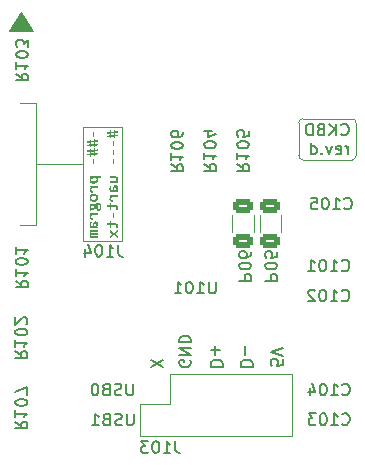
<source format=gbo>
G04 #@! TF.GenerationSoftware,KiCad,Pcbnew,9.0.0*
G04 #@! TF.CreationDate,2025-07-06T15:54:39+02:00*
G04 #@! TF.ProjectId,ckbd,636b6264-2e6b-4696-9361-645f70636258,d*
G04 #@! TF.SameCoordinates,Original*
G04 #@! TF.FileFunction,Legend,Bot*
G04 #@! TF.FilePolarity,Positive*
%FSLAX46Y46*%
G04 Gerber Fmt 4.6, Leading zero omitted, Abs format (unit mm)*
G04 Created by KiCad (PCBNEW 9.0.0) date 2025-07-06 15:54:39*
%MOMM*%
%LPD*%
G01*
G04 APERTURE LIST*
G04 Aperture macros list*
%AMRoundRect*
0 Rectangle with rounded corners*
0 $1 Rounding radius*
0 $2 $3 $4 $5 $6 $7 $8 $9 X,Y pos of 4 corners*
0 Add a 4 corners polygon primitive as box body*
4,1,4,$2,$3,$4,$5,$6,$7,$8,$9,$2,$3,0*
0 Add four circle primitives for the rounded corners*
1,1,$1+$1,$2,$3*
1,1,$1+$1,$4,$5*
1,1,$1+$1,$6,$7*
1,1,$1+$1,$8,$9*
0 Add four rect primitives between the rounded corners*
20,1,$1+$1,$2,$3,$4,$5,0*
20,1,$1+$1,$4,$5,$6,$7,0*
20,1,$1+$1,$6,$7,$8,$9,0*
20,1,$1+$1,$8,$9,$2,$3,0*%
G04 Aperture macros list end*
%ADD10C,0.200000*%
%ADD11C,0.100000*%
%ADD12C,0.150000*%
%ADD13C,0.120000*%
%ADD14R,1.700000X1.700000*%
%ADD15O,1.700000X1.700000*%
%ADD16RoundRect,0.250000X-0.625000X0.312500X-0.625000X-0.312500X0.625000X-0.312500X0.625000X0.312500X0*%
G04 APERTURE END LIST*
D10*
G36*
X117233000Y-49956130D02*
G01*
X117084501Y-49956130D01*
X117084501Y-50381051D01*
X117233000Y-50381051D01*
X117233000Y-49956130D01*
G37*
G36*
X117299434Y-50701131D02*
G01*
X117530000Y-50677196D01*
X117530000Y-50811102D01*
X117299434Y-50834305D01*
X117299434Y-50992818D01*
X117530000Y-50968883D01*
X117530000Y-51102789D01*
X117299434Y-51125992D01*
X117299434Y-51256479D01*
X117174382Y-51256479D01*
X117174382Y-51138998D01*
X116978988Y-51158781D01*
X116978988Y-51292688D01*
X116853935Y-51292688D01*
X116853935Y-51171116D01*
X116639002Y-51192975D01*
X116639002Y-51059069D01*
X116853935Y-51037210D01*
X116853935Y-50879429D01*
X116639002Y-50901288D01*
X116639002Y-50867094D01*
X116978988Y-50867094D01*
X116978988Y-51024936D01*
X117174382Y-51005092D01*
X117174382Y-50847311D01*
X116978988Y-50867094D01*
X116639002Y-50867094D01*
X116639002Y-50767382D01*
X116853935Y-50745523D01*
X116853935Y-50617112D01*
X116978988Y-50617112D01*
X116978988Y-50733249D01*
X117174382Y-50713405D01*
X117174382Y-50580903D01*
X117299434Y-50580903D01*
X117299434Y-50701131D01*
G37*
G36*
X117299434Y-51470008D02*
G01*
X117530000Y-51446072D01*
X117530000Y-51579978D01*
X117299434Y-51603181D01*
X117299434Y-51761695D01*
X117530000Y-51737759D01*
X117530000Y-51871665D01*
X117299434Y-51894868D01*
X117299434Y-52025355D01*
X117174382Y-52025355D01*
X117174382Y-51907874D01*
X116978988Y-51927658D01*
X116978988Y-52061564D01*
X116853935Y-52061564D01*
X116853935Y-51939992D01*
X116639002Y-51961852D01*
X116639002Y-51827946D01*
X116853935Y-51806086D01*
X116853935Y-51648305D01*
X116639002Y-51670165D01*
X116639002Y-51635971D01*
X116978988Y-51635971D01*
X116978988Y-51793813D01*
X117174382Y-51773968D01*
X117174382Y-51616187D01*
X116978988Y-51635971D01*
X116639002Y-51635971D01*
X116639002Y-51536259D01*
X116853935Y-51514399D01*
X116853935Y-51385988D01*
X116978988Y-51385988D01*
X116978988Y-51502126D01*
X117174382Y-51482281D01*
X117174382Y-51349779D01*
X117299434Y-51349779D01*
X117299434Y-51470008D01*
G37*
G36*
X117233000Y-52262759D02*
G01*
X117084501Y-52262759D01*
X117084501Y-52687681D01*
X117233000Y-52687681D01*
X117233000Y-52262759D01*
G37*
G36*
X117799644Y-53890027D02*
G01*
X117529450Y-53890027D01*
X117538304Y-53937166D01*
X117541723Y-53989068D01*
X117536048Y-54064305D01*
X117519619Y-54131827D01*
X117491350Y-54193318D01*
X117451536Y-54245523D01*
X117400492Y-54287882D01*
X117336132Y-54320688D01*
X117289050Y-54335189D01*
X117234506Y-54344412D01*
X117171329Y-54347677D01*
X117093231Y-54343194D01*
X117026615Y-54330580D01*
X116965809Y-54309125D01*
X116917011Y-54281060D01*
X116876753Y-54244610D01*
X116847219Y-54200826D01*
X116829016Y-54150509D01*
X116822672Y-54091527D01*
X116824767Y-54054352D01*
X116825097Y-54052571D01*
X116967264Y-54052571D01*
X116970309Y-54080058D01*
X116979049Y-54103434D01*
X116993893Y-54123541D01*
X117016479Y-54141048D01*
X117044350Y-54154160D01*
X117081875Y-54164617D01*
X117123736Y-54170569D01*
X117178290Y-54172799D01*
X117230012Y-54169574D01*
X117274338Y-54160465D01*
X117314641Y-54145155D01*
X117346817Y-54125294D01*
X117373207Y-54099940D01*
X117392674Y-54069973D01*
X117404720Y-54036145D01*
X117408855Y-53997921D01*
X117404153Y-53938815D01*
X117392002Y-53890027D01*
X117092683Y-53890027D01*
X117038680Y-53933812D01*
X117000969Y-53971665D01*
X116981686Y-53998805D01*
X116970803Y-54025539D01*
X116967264Y-54052571D01*
X116825097Y-54052571D01*
X116830671Y-54022529D01*
X116840429Y-53992701D01*
X116853630Y-53965132D01*
X116889900Y-53915612D01*
X116937100Y-53871587D01*
X116834396Y-53867496D01*
X116834396Y-53723331D01*
X117799644Y-53723331D01*
X117799644Y-53890027D01*
G37*
G36*
X117104040Y-54938989D02*
G01*
X117067760Y-54938626D01*
X117039987Y-54935203D01*
X117015111Y-54928291D01*
X116996390Y-54918839D01*
X116981352Y-54906055D01*
X116971294Y-54891117D01*
X116965415Y-54873912D01*
X116963356Y-54853626D01*
X116970310Y-54817542D01*
X116993398Y-54777422D01*
X117029773Y-54739170D01*
X117092316Y-54691021D01*
X117530000Y-54691021D01*
X117530000Y-54520235D01*
X116834396Y-54520235D01*
X116834396Y-54671177D01*
X116939909Y-54677344D01*
X116891671Y-54715934D01*
X116854729Y-54763745D01*
X116841155Y-54791220D01*
X116830976Y-54822180D01*
X116824823Y-54855198D01*
X116822672Y-54892522D01*
X116827338Y-54943143D01*
X116840563Y-54985762D01*
X116862739Y-55023151D01*
X116893564Y-55054088D01*
X116931981Y-55077637D01*
X116981613Y-55095060D01*
X117036767Y-55104358D01*
X117104040Y-55106356D01*
X117104040Y-54938989D01*
G37*
G36*
X117273942Y-55221323D02*
G01*
X117344314Y-55237881D01*
X117406770Y-55265939D01*
X117456055Y-55302789D01*
X117494904Y-55349431D01*
X117523161Y-55405920D01*
X117539765Y-55469319D01*
X117545631Y-55543918D01*
X117538712Y-55622248D01*
X117519070Y-55688692D01*
X117486806Y-55747657D01*
X117444148Y-55795976D01*
X117391554Y-55834182D01*
X117327950Y-55862899D01*
X117257844Y-55880156D01*
X117178351Y-55886163D01*
X117094196Y-55880290D01*
X117024722Y-55863937D01*
X116962798Y-55836217D01*
X116913347Y-55799396D01*
X116874096Y-55752773D01*
X116845509Y-55696264D01*
X116828644Y-55632766D01*
X116822672Y-55557595D01*
X116823157Y-55552100D01*
X116967264Y-55552100D01*
X116973709Y-55602258D01*
X116991741Y-55641315D01*
X117021242Y-55671962D01*
X117059483Y-55693130D01*
X117111814Y-55707303D01*
X117182442Y-55712628D01*
X117227689Y-55710163D01*
X117268660Y-55703042D01*
X117306767Y-55690824D01*
X117338269Y-55674343D01*
X117364567Y-55652303D01*
X117384431Y-55624457D01*
X117396702Y-55591809D01*
X117401039Y-55552100D01*
X117394700Y-55504168D01*
X117376593Y-55465022D01*
X117346390Y-55432543D01*
X117307471Y-55409675D01*
X117254654Y-55394498D01*
X117183785Y-55388823D01*
X117139845Y-55391186D01*
X117099644Y-55398043D01*
X117062179Y-55410139D01*
X117030767Y-55427047D01*
X117004318Y-55449653D01*
X116984239Y-55477606D01*
X116971746Y-55510589D01*
X116967264Y-55552100D01*
X116823157Y-55552100D01*
X116829484Y-55480418D01*
X116848928Y-55414102D01*
X116880762Y-55355090D01*
X116922873Y-55306513D01*
X116974827Y-55268003D01*
X117038033Y-55238919D01*
X117107863Y-55221454D01*
X117187876Y-55215350D01*
X117273942Y-55221323D01*
G37*
G36*
X117673897Y-55991572D02*
G01*
X117708236Y-56005353D01*
X117738254Y-56028182D01*
X117764961Y-56062384D01*
X117785374Y-56104431D01*
X117802025Y-56161424D01*
X117811690Y-56224905D01*
X117815275Y-56305955D01*
X117810370Y-56389821D01*
X117796835Y-56458302D01*
X117774396Y-56520083D01*
X117746765Y-56567906D01*
X117711762Y-56606920D01*
X117672210Y-56633851D01*
X117627947Y-56650241D01*
X117580924Y-56655711D01*
X117540402Y-56651211D01*
X117505636Y-56638248D01*
X117475277Y-56617344D01*
X117449460Y-56588727D01*
X117429275Y-56554268D01*
X117413679Y-56511913D01*
X117404005Y-56465625D01*
X117399635Y-56411834D01*
X117393468Y-56247215D01*
X117388813Y-56221936D01*
X117522001Y-56221936D01*
X117524748Y-56368787D01*
X117530427Y-56414887D01*
X117543189Y-56451096D01*
X117564010Y-56475032D01*
X117577533Y-56481344D01*
X117594602Y-56483581D01*
X117614339Y-56481370D01*
X117633558Y-56474666D01*
X117650816Y-56463228D01*
X117666470Y-56445296D01*
X117678778Y-56422877D01*
X117689307Y-56392356D01*
X117695655Y-56358034D01*
X117698039Y-56312794D01*
X117692692Y-56243498D01*
X117679232Y-56198305D01*
X117663766Y-56175110D01*
X117644687Y-56162123D01*
X117620797Y-56157700D01*
X117595212Y-56160081D01*
X117571338Y-56169607D01*
X117547524Y-56189451D01*
X117522001Y-56221936D01*
X117388813Y-56221936D01*
X117387362Y-56214059D01*
X117373501Y-56188780D01*
X117354145Y-56172721D01*
X117332468Y-56167286D01*
X117315588Y-56169379D01*
X117300961Y-56175468D01*
X117275498Y-56195252D01*
X117283889Y-56213067D01*
X117292290Y-56241658D01*
X117297586Y-56273215D01*
X117299434Y-56308642D01*
X117295462Y-56368509D01*
X117284108Y-56421055D01*
X117264726Y-56469011D01*
X117238679Y-56508494D01*
X117205134Y-56540863D01*
X117164185Y-56565219D01*
X117117495Y-56580108D01*
X117061725Y-56585369D01*
X117034038Y-56583400D01*
X117006892Y-56577492D01*
X116980906Y-56566972D01*
X116955540Y-56550503D01*
X116955540Y-56659802D01*
X116834396Y-56659802D01*
X116834396Y-56419345D01*
X116825298Y-56367749D01*
X116822672Y-56308642D01*
X116822767Y-56307299D01*
X116939909Y-56307299D01*
X116943845Y-56344715D01*
X116954780Y-56374293D01*
X116972210Y-56397790D01*
X116995642Y-56415334D01*
X117025102Y-56426323D01*
X117062336Y-56430275D01*
X117109291Y-56422764D01*
X117130452Y-56413322D01*
X117148736Y-56400233D01*
X117163849Y-56383477D01*
X117175908Y-56362314D01*
X117183424Y-56338149D01*
X117186106Y-56308703D01*
X117182171Y-56271286D01*
X117171237Y-56241685D01*
X117153804Y-56218150D01*
X117130434Y-56200517D01*
X117101810Y-56189608D01*
X117066427Y-56185727D01*
X117018128Y-56193237D01*
X116996291Y-56202706D01*
X116977644Y-56215769D01*
X116962239Y-56232553D01*
X116950106Y-56253687D01*
X116942591Y-56277853D01*
X116939909Y-56307299D01*
X116822767Y-56307299D01*
X116826805Y-56250040D01*
X116838731Y-56197633D01*
X116858834Y-56149714D01*
X116885870Y-56109828D01*
X116920372Y-56077087D01*
X116962379Y-56052126D01*
X117009950Y-56036707D01*
X117065816Y-56031304D01*
X117117063Y-56035831D01*
X117155636Y-56048035D01*
X117189219Y-56067211D01*
X117216758Y-56090106D01*
X117250219Y-56062750D01*
X117285757Y-56039853D01*
X117324286Y-56023794D01*
X117367700Y-56017688D01*
X117400743Y-56022020D01*
X117431875Y-56035090D01*
X117458866Y-56056178D01*
X117481029Y-56085953D01*
X117516383Y-56042234D01*
X117552714Y-56011459D01*
X117591732Y-55993019D01*
X117635940Y-55986913D01*
X117673897Y-55991572D01*
G37*
G36*
X117104040Y-57245618D02*
G01*
X117067760Y-57245256D01*
X117039987Y-57241833D01*
X117015111Y-57234921D01*
X116996390Y-57225468D01*
X116981352Y-57212685D01*
X116971294Y-57197747D01*
X116965415Y-57180541D01*
X116963356Y-57160256D01*
X116970310Y-57124171D01*
X116993398Y-57084052D01*
X117029773Y-57045800D01*
X117092316Y-56997651D01*
X117530000Y-56997651D01*
X117530000Y-56826864D01*
X116834396Y-56826864D01*
X116834396Y-56977806D01*
X116939909Y-56983973D01*
X116891671Y-57022564D01*
X116854729Y-57070374D01*
X116841155Y-57097850D01*
X116830976Y-57128809D01*
X116824823Y-57161828D01*
X116822672Y-57199151D01*
X116827338Y-57249773D01*
X116840563Y-57292391D01*
X116862739Y-57329781D01*
X116893564Y-57360718D01*
X116931981Y-57384266D01*
X116981613Y-57401690D01*
X117036767Y-57410988D01*
X117104040Y-57412986D01*
X117104040Y-57245618D01*
G37*
G36*
X117378997Y-57550805D02*
G01*
X117419663Y-57561180D01*
X117456335Y-57578710D01*
X117486707Y-57602518D01*
X117511163Y-57632683D01*
X117530061Y-57670174D01*
X117541529Y-57712472D01*
X117545631Y-57763719D01*
X117543601Y-57803149D01*
X117537815Y-57837846D01*
X117528288Y-57870699D01*
X117515772Y-57900372D01*
X117482128Y-57952946D01*
X117439691Y-57998741D01*
X117530000Y-58002832D01*
X117530000Y-58145653D01*
X117057084Y-58145653D01*
X117000722Y-58141138D01*
X116954563Y-58128556D01*
X116914186Y-58106748D01*
X116881290Y-58075617D01*
X116856240Y-58036115D01*
X116837327Y-57984392D01*
X116826631Y-57926215D01*
X116822672Y-57851890D01*
X116826044Y-57782369D01*
X116835983Y-57716274D01*
X116851505Y-57653289D01*
X116869567Y-57601175D01*
X117002435Y-57601175D01*
X116979375Y-57658141D01*
X116962135Y-57716946D01*
X116951327Y-57777152D01*
X116947725Y-57838213D01*
X116950004Y-57875524D01*
X116956090Y-57903792D01*
X116966449Y-57928562D01*
X116979659Y-57947206D01*
X116996477Y-57961599D01*
X117016723Y-57971447D01*
X117039400Y-57977005D01*
X117065633Y-57978958D01*
X117107948Y-57978958D01*
X117107948Y-57888099D01*
X117108545Y-57877169D01*
X117225184Y-57877169D01*
X117225184Y-57978958D01*
X117316592Y-57978958D01*
X117359310Y-57933795D01*
X117387911Y-57896281D01*
X117406951Y-57858215D01*
X117412763Y-57823863D01*
X117406868Y-57780239D01*
X117390903Y-57749369D01*
X117374570Y-57734489D01*
X117353861Y-57725346D01*
X117327400Y-57722075D01*
X117307063Y-57724226D01*
X117288077Y-57730624D01*
X117270939Y-57741428D01*
X117255471Y-57757613D01*
X117243220Y-57777957D01*
X117233244Y-57805423D01*
X117227379Y-57836483D01*
X117225184Y-57877169D01*
X117108545Y-57877169D01*
X117112492Y-57804962D01*
X117124923Y-57738134D01*
X117145773Y-57677926D01*
X117171634Y-57631522D01*
X117204835Y-57593845D01*
X117242770Y-57568019D01*
X117285680Y-57552470D01*
X117332896Y-57547197D01*
X117378997Y-57550805D01*
G37*
G36*
X117530000Y-58826419D02*
G01*
X117058977Y-58826419D01*
X117013731Y-58825015D01*
X116981430Y-58819580D01*
X116962013Y-58807613D01*
X116957287Y-58798747D01*
X116955540Y-58786119D01*
X116961722Y-58766555D01*
X116984117Y-58744415D01*
X117018269Y-58724703D01*
X117081448Y-58697948D01*
X117530000Y-58697948D01*
X117530000Y-58555188D01*
X117058977Y-58555188D01*
X117013731Y-58553783D01*
X116981430Y-58548349D01*
X116962013Y-58536076D01*
X116957274Y-58526901D01*
X116955540Y-58514216D01*
X116961360Y-58497346D01*
X116984117Y-58474587D01*
X117018346Y-58453757D01*
X117081448Y-58426105D01*
X117530000Y-58426105D01*
X117530000Y-58281941D01*
X116834396Y-58281941D01*
X116834396Y-58405589D01*
X116935696Y-58408337D01*
X116883916Y-58438378D01*
X116848562Y-58470496D01*
X116836608Y-58488346D01*
X116828717Y-58507011D01*
X116822672Y-58551096D01*
X116826413Y-58588667D01*
X116836644Y-58617488D01*
X116852653Y-58639573D01*
X116874344Y-58656437D01*
X116901560Y-58668047D01*
X116935696Y-58674073D01*
X116883916Y-58706496D01*
X116848562Y-58739957D01*
X116836633Y-58758221D01*
X116828717Y-58777571D01*
X116822672Y-58822267D01*
X116829024Y-58870052D01*
X116846697Y-58906460D01*
X116875612Y-58934314D01*
X116912762Y-58953090D01*
X116963654Y-58965753D01*
X117032294Y-58970523D01*
X117530000Y-58970523D01*
X117530000Y-58826419D01*
G37*
G36*
X118979434Y-49932255D02*
G01*
X119210000Y-49908319D01*
X119210000Y-50042225D01*
X118979434Y-50065428D01*
X118979434Y-50223942D01*
X119210000Y-50200006D01*
X119210000Y-50333912D01*
X118979434Y-50357115D01*
X118979434Y-50487602D01*
X118854382Y-50487602D01*
X118854382Y-50370121D01*
X118658988Y-50389905D01*
X118658988Y-50523811D01*
X118533935Y-50523811D01*
X118533935Y-50402239D01*
X118319002Y-50424099D01*
X118319002Y-50290193D01*
X118533935Y-50268333D01*
X118533935Y-50110552D01*
X118319002Y-50132412D01*
X118319002Y-50098218D01*
X118658988Y-50098218D01*
X118658988Y-50256060D01*
X118854382Y-50236215D01*
X118854382Y-50078434D01*
X118658988Y-50098218D01*
X118319002Y-50098218D01*
X118319002Y-49998506D01*
X118533935Y-49976646D01*
X118533935Y-49848235D01*
X118658988Y-49848235D01*
X118658988Y-49964373D01*
X118854382Y-49944528D01*
X118854382Y-49812026D01*
X118979434Y-49812026D01*
X118979434Y-49932255D01*
G37*
G36*
X118913000Y-50725006D02*
G01*
X118764501Y-50725006D01*
X118764501Y-51149928D01*
X118913000Y-51149928D01*
X118913000Y-50725006D01*
G37*
G36*
X118913000Y-51493883D02*
G01*
X118764501Y-51493883D01*
X118764501Y-51918804D01*
X118913000Y-51918804D01*
X118913000Y-51493883D01*
G37*
G36*
X118913000Y-52262759D02*
G01*
X118764501Y-52262759D01*
X118764501Y-52687681D01*
X118913000Y-52687681D01*
X118913000Y-52262759D01*
G37*
G36*
X118514396Y-53888623D02*
G01*
X118966367Y-53888623D01*
X119018678Y-53894579D01*
X119052035Y-53909811D01*
X119067843Y-53925913D01*
X119077550Y-53946788D01*
X119081039Y-53973986D01*
X119077454Y-54000575D01*
X119066370Y-54027096D01*
X119046601Y-54054280D01*
X119008132Y-54092146D01*
X118953361Y-54135919D01*
X118514396Y-54135919D01*
X118514396Y-54302614D01*
X119210000Y-54302614D01*
X119210000Y-54158450D01*
X119107295Y-54154359D01*
X119155900Y-54109968D01*
X119193147Y-54061119D01*
X119206744Y-54033805D01*
X119217083Y-54003722D01*
X119223411Y-53971684D01*
X119225631Y-53935090D01*
X119221043Y-53883990D01*
X119208168Y-53841850D01*
X119186899Y-53805059D01*
X119158525Y-53775233D01*
X119123721Y-53752216D01*
X119081528Y-53735299D01*
X119035133Y-53725461D01*
X118981266Y-53721988D01*
X118514396Y-53721988D01*
X118514396Y-53888623D01*
G37*
G36*
X119058997Y-54475299D02*
G01*
X119099663Y-54485674D01*
X119136335Y-54503204D01*
X119166707Y-54527012D01*
X119191163Y-54557177D01*
X119210061Y-54594668D01*
X119221529Y-54636966D01*
X119225631Y-54688213D01*
X119223601Y-54727643D01*
X119217815Y-54762340D01*
X119208288Y-54795194D01*
X119195772Y-54824867D01*
X119162128Y-54877440D01*
X119119691Y-54923235D01*
X119210000Y-54927326D01*
X119210000Y-55070147D01*
X118737084Y-55070147D01*
X118680722Y-55065632D01*
X118634563Y-55053050D01*
X118594186Y-55031242D01*
X118561290Y-55000111D01*
X118536240Y-54960609D01*
X118517327Y-54908886D01*
X118506631Y-54850709D01*
X118502672Y-54776384D01*
X118506044Y-54706863D01*
X118515983Y-54640769D01*
X118531505Y-54577783D01*
X118549567Y-54525669D01*
X118682435Y-54525669D01*
X118659375Y-54582635D01*
X118642135Y-54641440D01*
X118631327Y-54701646D01*
X118627725Y-54762707D01*
X118630004Y-54800018D01*
X118636090Y-54828286D01*
X118646449Y-54853056D01*
X118659659Y-54871700D01*
X118676477Y-54886093D01*
X118696723Y-54895941D01*
X118719400Y-54901499D01*
X118745633Y-54903452D01*
X118787948Y-54903452D01*
X118787948Y-54812593D01*
X118788545Y-54801663D01*
X118905184Y-54801663D01*
X118905184Y-54903452D01*
X118996592Y-54903452D01*
X119039310Y-54858289D01*
X119067911Y-54820775D01*
X119086951Y-54782709D01*
X119092763Y-54748357D01*
X119086868Y-54704733D01*
X119070903Y-54673863D01*
X119054570Y-54658983D01*
X119033861Y-54649840D01*
X119007400Y-54646569D01*
X118987063Y-54648721D01*
X118968077Y-54655118D01*
X118950939Y-54665922D01*
X118935471Y-54682107D01*
X118923220Y-54702451D01*
X118913244Y-54729917D01*
X118907379Y-54760977D01*
X118905184Y-54801663D01*
X118788545Y-54801663D01*
X118792492Y-54729456D01*
X118804923Y-54662628D01*
X118825773Y-54602420D01*
X118851634Y-54556016D01*
X118884835Y-54518339D01*
X118922770Y-54492513D01*
X118965680Y-54476964D01*
X119012896Y-54471691D01*
X119058997Y-54475299D01*
G37*
G36*
X118784040Y-55707866D02*
G01*
X118747760Y-55707503D01*
X118719987Y-55704080D01*
X118695111Y-55697168D01*
X118676390Y-55687715D01*
X118661352Y-55674932D01*
X118651294Y-55659994D01*
X118645415Y-55642788D01*
X118643356Y-55622503D01*
X118650310Y-55586418D01*
X118673398Y-55546299D01*
X118709773Y-55508047D01*
X118772316Y-55459898D01*
X119210000Y-55459898D01*
X119210000Y-55289111D01*
X118514396Y-55289111D01*
X118514396Y-55440053D01*
X118619909Y-55446220D01*
X118571671Y-55484811D01*
X118534729Y-55532621D01*
X118521155Y-55560097D01*
X118510976Y-55591056D01*
X118504823Y-55624075D01*
X118502672Y-55661398D01*
X118507338Y-55712020D01*
X118520563Y-55754638D01*
X118542739Y-55792028D01*
X118573564Y-55822965D01*
X118611981Y-55846513D01*
X118661613Y-55863937D01*
X118716767Y-55873235D01*
X118784040Y-55875233D01*
X118784040Y-55707866D01*
G37*
G36*
X119202184Y-56602405D02*
G01*
X119219220Y-56511547D01*
X119225631Y-56424779D01*
X119221757Y-56358985D01*
X119211221Y-56306932D01*
X119192595Y-56260845D01*
X119167318Y-56224928D01*
X119134231Y-56197041D01*
X119092213Y-56177117D01*
X119044143Y-56165897D01*
X118983525Y-56161791D01*
X118643356Y-56161791D01*
X118643356Y-55975311D01*
X118514396Y-55975311D01*
X118514396Y-56161791D01*
X118336221Y-56161791D01*
X118291646Y-56332578D01*
X118514396Y-56332578D01*
X118514396Y-56602405D01*
X118643356Y-56602405D01*
X118643356Y-56332578D01*
X118971802Y-56332578D01*
X119010776Y-56336059D01*
X119040162Y-56345460D01*
X119062172Y-56359872D01*
X119078152Y-56380291D01*
X119088745Y-56409749D01*
X119092763Y-56451463D01*
X119085680Y-56531330D01*
X119069316Y-56602405D01*
X119202184Y-56602405D01*
G37*
G36*
X118913000Y-56876018D02*
G01*
X118764501Y-56876018D01*
X118764501Y-57300939D01*
X118913000Y-57300939D01*
X118913000Y-56876018D01*
G37*
G36*
X119202184Y-58140158D02*
G01*
X119219220Y-58049300D01*
X119225631Y-57962532D01*
X119221757Y-57896738D01*
X119211221Y-57844685D01*
X119192595Y-57798598D01*
X119167318Y-57762681D01*
X119134231Y-57734794D01*
X119092213Y-57714870D01*
X119044143Y-57703650D01*
X118983525Y-57699544D01*
X118643356Y-57699544D01*
X118643356Y-57513064D01*
X118514396Y-57513064D01*
X118514396Y-57699544D01*
X118336221Y-57699544D01*
X118291646Y-57870331D01*
X118514396Y-57870331D01*
X118514396Y-58140158D01*
X118643356Y-58140158D01*
X118643356Y-57870331D01*
X118971802Y-57870331D01*
X119010776Y-57873812D01*
X119040162Y-57883213D01*
X119062172Y-57897625D01*
X119078152Y-57918044D01*
X119088745Y-57947502D01*
X119092763Y-57989216D01*
X119085680Y-58069083D01*
X119069316Y-58140158D01*
X119202184Y-58140158D01*
G37*
G36*
X119210000Y-58783371D02*
G01*
X118973878Y-58624858D01*
X119210000Y-58465734D01*
X119210000Y-58264172D01*
X118859450Y-58524474D01*
X118514396Y-58277850D01*
X118514396Y-58480755D01*
X118744045Y-58636459D01*
X118514396Y-58790210D01*
X118514396Y-58977361D01*
X118858107Y-58738248D01*
X119210000Y-58990367D01*
X119210000Y-58783371D01*
G37*
D11*
X116255800Y-49530000D02*
X119608600Y-49530000D01*
X119608600Y-59232800D01*
X116255800Y-59232800D01*
X116255800Y-49530000D01*
X110972600Y-47548800D02*
X112293400Y-47548800D01*
X112293400Y-57861200D02*
X110972600Y-57861200D01*
X112057714Y-41457161D02*
X110025714Y-41457161D01*
X111041714Y-39806161D01*
X112057714Y-41457161D01*
G36*
X112057714Y-41457161D02*
G01*
X110025714Y-41457161D01*
X111041714Y-39806161D01*
X112057714Y-41457161D01*
G37*
X134518400Y-49225200D02*
G75*
G02*
X134874000Y-48869600I355600J0D01*
G01*
X134874000Y-52324000D02*
G75*
G02*
X134518400Y-51968400I0J355600D01*
G01*
X123672600Y-70510400D02*
X123672600Y-73050400D01*
X112293400Y-52705000D02*
X116205000Y-52730400D01*
X139039600Y-48869600D02*
G75*
G02*
X139395200Y-49225200I0J-355600D01*
G01*
X139039600Y-48869600D02*
X134874000Y-48869600D01*
X139395200Y-51968400D02*
G75*
G02*
X139039600Y-52324000I-355600J0D01*
G01*
X121132600Y-75692000D02*
X133934200Y-75692000D01*
X134874000Y-52324000D02*
X139039600Y-52324000D01*
X133934200Y-75692000D02*
X133934200Y-70510400D01*
X134518400Y-49225200D02*
X134518400Y-51968400D01*
X133934200Y-70510400D02*
X123672600Y-70510400D01*
X121132600Y-73050400D02*
X121132600Y-75692000D01*
X139395200Y-51968400D02*
X139395200Y-49225200D01*
X112293400Y-47548800D02*
X112293400Y-57861200D01*
X123672600Y-73050400D02*
X121132600Y-73050400D01*
D12*
X120516420Y-71286019D02*
X120516420Y-72095542D01*
X120516420Y-72095542D02*
X120468801Y-72190780D01*
X120468801Y-72190780D02*
X120421182Y-72238400D01*
X120421182Y-72238400D02*
X120325944Y-72286019D01*
X120325944Y-72286019D02*
X120135468Y-72286019D01*
X120135468Y-72286019D02*
X120040230Y-72238400D01*
X120040230Y-72238400D02*
X119992611Y-72190780D01*
X119992611Y-72190780D02*
X119944992Y-72095542D01*
X119944992Y-72095542D02*
X119944992Y-71286019D01*
X119516420Y-72238400D02*
X119373563Y-72286019D01*
X119373563Y-72286019D02*
X119135468Y-72286019D01*
X119135468Y-72286019D02*
X119040230Y-72238400D01*
X119040230Y-72238400D02*
X118992611Y-72190780D01*
X118992611Y-72190780D02*
X118944992Y-72095542D01*
X118944992Y-72095542D02*
X118944992Y-72000304D01*
X118944992Y-72000304D02*
X118992611Y-71905066D01*
X118992611Y-71905066D02*
X119040230Y-71857447D01*
X119040230Y-71857447D02*
X119135468Y-71809828D01*
X119135468Y-71809828D02*
X119325944Y-71762209D01*
X119325944Y-71762209D02*
X119421182Y-71714590D01*
X119421182Y-71714590D02*
X119468801Y-71666971D01*
X119468801Y-71666971D02*
X119516420Y-71571733D01*
X119516420Y-71571733D02*
X119516420Y-71476495D01*
X119516420Y-71476495D02*
X119468801Y-71381257D01*
X119468801Y-71381257D02*
X119421182Y-71333638D01*
X119421182Y-71333638D02*
X119325944Y-71286019D01*
X119325944Y-71286019D02*
X119087849Y-71286019D01*
X119087849Y-71286019D02*
X118944992Y-71333638D01*
X118183087Y-71762209D02*
X118040230Y-71809828D01*
X118040230Y-71809828D02*
X117992611Y-71857447D01*
X117992611Y-71857447D02*
X117944992Y-71952685D01*
X117944992Y-71952685D02*
X117944992Y-72095542D01*
X117944992Y-72095542D02*
X117992611Y-72190780D01*
X117992611Y-72190780D02*
X118040230Y-72238400D01*
X118040230Y-72238400D02*
X118135468Y-72286019D01*
X118135468Y-72286019D02*
X118516420Y-72286019D01*
X118516420Y-72286019D02*
X118516420Y-71286019D01*
X118516420Y-71286019D02*
X118183087Y-71286019D01*
X118183087Y-71286019D02*
X118087849Y-71333638D01*
X118087849Y-71333638D02*
X118040230Y-71381257D01*
X118040230Y-71381257D02*
X117992611Y-71476495D01*
X117992611Y-71476495D02*
X117992611Y-71571733D01*
X117992611Y-71571733D02*
X118040230Y-71666971D01*
X118040230Y-71666971D02*
X118087849Y-71714590D01*
X118087849Y-71714590D02*
X118183087Y-71762209D01*
X118183087Y-71762209D02*
X118516420Y-71762209D01*
X117325944Y-71286019D02*
X117230706Y-71286019D01*
X117230706Y-71286019D02*
X117135468Y-71333638D01*
X117135468Y-71333638D02*
X117087849Y-71381257D01*
X117087849Y-71381257D02*
X117040230Y-71476495D01*
X117040230Y-71476495D02*
X116992611Y-71666971D01*
X116992611Y-71666971D02*
X116992611Y-71905066D01*
X116992611Y-71905066D02*
X117040230Y-72095542D01*
X117040230Y-72095542D02*
X117087849Y-72190780D01*
X117087849Y-72190780D02*
X117135468Y-72238400D01*
X117135468Y-72238400D02*
X117230706Y-72286019D01*
X117230706Y-72286019D02*
X117325944Y-72286019D01*
X117325944Y-72286019D02*
X117421182Y-72238400D01*
X117421182Y-72238400D02*
X117468801Y-72190780D01*
X117468801Y-72190780D02*
X117516420Y-72095542D01*
X117516420Y-72095542D02*
X117564039Y-71905066D01*
X117564039Y-71905066D02*
X117564039Y-71666971D01*
X117564039Y-71666971D02*
X117516420Y-71476495D01*
X117516420Y-71476495D02*
X117468801Y-71381257D01*
X117468801Y-71381257D02*
X117421182Y-71333638D01*
X117421182Y-71333638D02*
X117325944Y-71286019D01*
X125363961Y-69319611D02*
X125411580Y-69414849D01*
X125411580Y-69414849D02*
X125411580Y-69557706D01*
X125411580Y-69557706D02*
X125363961Y-69700563D01*
X125363961Y-69700563D02*
X125268723Y-69795801D01*
X125268723Y-69795801D02*
X125173485Y-69843420D01*
X125173485Y-69843420D02*
X124983009Y-69891039D01*
X124983009Y-69891039D02*
X124840152Y-69891039D01*
X124840152Y-69891039D02*
X124649676Y-69843420D01*
X124649676Y-69843420D02*
X124554438Y-69795801D01*
X124554438Y-69795801D02*
X124459200Y-69700563D01*
X124459200Y-69700563D02*
X124411580Y-69557706D01*
X124411580Y-69557706D02*
X124411580Y-69462468D01*
X124411580Y-69462468D02*
X124459200Y-69319611D01*
X124459200Y-69319611D02*
X124506819Y-69271992D01*
X124506819Y-69271992D02*
X124840152Y-69271992D01*
X124840152Y-69271992D02*
X124840152Y-69462468D01*
X124411580Y-68843420D02*
X125411580Y-68843420D01*
X125411580Y-68843420D02*
X124411580Y-68271992D01*
X124411580Y-68271992D02*
X125411580Y-68271992D01*
X124411580Y-67795801D02*
X125411580Y-67795801D01*
X125411580Y-67795801D02*
X125411580Y-67557706D01*
X125411580Y-67557706D02*
X125363961Y-67414849D01*
X125363961Y-67414849D02*
X125268723Y-67319611D01*
X125268723Y-67319611D02*
X125173485Y-67271992D01*
X125173485Y-67271992D02*
X124983009Y-67224373D01*
X124983009Y-67224373D02*
X124840152Y-67224373D01*
X124840152Y-67224373D02*
X124649676Y-67271992D01*
X124649676Y-67271992D02*
X124554438Y-67319611D01*
X124554438Y-67319611D02*
X124459200Y-67414849D01*
X124459200Y-67414849D02*
X124411580Y-67557706D01*
X124411580Y-67557706D02*
X124411580Y-67795801D01*
X131675980Y-62556950D02*
X132675980Y-62556950D01*
X132675980Y-62556950D02*
X132675980Y-62175998D01*
X132675980Y-62175998D02*
X132628361Y-62080760D01*
X132628361Y-62080760D02*
X132580742Y-62033141D01*
X132580742Y-62033141D02*
X132485504Y-61985522D01*
X132485504Y-61985522D02*
X132342647Y-61985522D01*
X132342647Y-61985522D02*
X132247409Y-62033141D01*
X132247409Y-62033141D02*
X132199790Y-62080760D01*
X132199790Y-62080760D02*
X132152171Y-62175998D01*
X132152171Y-62175998D02*
X132152171Y-62556950D01*
X132675980Y-61366474D02*
X132675980Y-61271236D01*
X132675980Y-61271236D02*
X132628361Y-61175998D01*
X132628361Y-61175998D02*
X132580742Y-61128379D01*
X132580742Y-61128379D02*
X132485504Y-61080760D01*
X132485504Y-61080760D02*
X132295028Y-61033141D01*
X132295028Y-61033141D02*
X132056933Y-61033141D01*
X132056933Y-61033141D02*
X131866457Y-61080760D01*
X131866457Y-61080760D02*
X131771219Y-61128379D01*
X131771219Y-61128379D02*
X131723600Y-61175998D01*
X131723600Y-61175998D02*
X131675980Y-61271236D01*
X131675980Y-61271236D02*
X131675980Y-61366474D01*
X131675980Y-61366474D02*
X131723600Y-61461712D01*
X131723600Y-61461712D02*
X131771219Y-61509331D01*
X131771219Y-61509331D02*
X131866457Y-61556950D01*
X131866457Y-61556950D02*
X132056933Y-61604569D01*
X132056933Y-61604569D02*
X132295028Y-61604569D01*
X132295028Y-61604569D02*
X132485504Y-61556950D01*
X132485504Y-61556950D02*
X132580742Y-61509331D01*
X132580742Y-61509331D02*
X132628361Y-61461712D01*
X132628361Y-61461712D02*
X132675980Y-61366474D01*
X132675980Y-60128379D02*
X132675980Y-60604569D01*
X132675980Y-60604569D02*
X132199790Y-60652188D01*
X132199790Y-60652188D02*
X132247409Y-60604569D01*
X132247409Y-60604569D02*
X132295028Y-60509331D01*
X132295028Y-60509331D02*
X132295028Y-60271236D01*
X132295028Y-60271236D02*
X132247409Y-60175998D01*
X132247409Y-60175998D02*
X132199790Y-60128379D01*
X132199790Y-60128379D02*
X132104552Y-60080760D01*
X132104552Y-60080760D02*
X131866457Y-60080760D01*
X131866457Y-60080760D02*
X131771219Y-60128379D01*
X131771219Y-60128379D02*
X131723600Y-60175998D01*
X131723600Y-60175998D02*
X131675980Y-60271236D01*
X131675980Y-60271236D02*
X131675980Y-60509331D01*
X131675980Y-60509331D02*
X131723600Y-60604569D01*
X131723600Y-60604569D02*
X131771219Y-60652188D01*
X127078580Y-69843420D02*
X128078580Y-69843420D01*
X128078580Y-69843420D02*
X128078580Y-69605325D01*
X128078580Y-69605325D02*
X128030961Y-69462468D01*
X128030961Y-69462468D02*
X127935723Y-69367230D01*
X127935723Y-69367230D02*
X127840485Y-69319611D01*
X127840485Y-69319611D02*
X127650009Y-69271992D01*
X127650009Y-69271992D02*
X127507152Y-69271992D01*
X127507152Y-69271992D02*
X127316676Y-69319611D01*
X127316676Y-69319611D02*
X127221438Y-69367230D01*
X127221438Y-69367230D02*
X127126200Y-69462468D01*
X127126200Y-69462468D02*
X127078580Y-69605325D01*
X127078580Y-69605325D02*
X127078580Y-69843420D01*
X127459533Y-68843420D02*
X127459533Y-68081516D01*
X127078580Y-68462468D02*
X127840485Y-68462468D01*
X129618580Y-69843420D02*
X130618580Y-69843420D01*
X130618580Y-69843420D02*
X130618580Y-69605325D01*
X130618580Y-69605325D02*
X130570961Y-69462468D01*
X130570961Y-69462468D02*
X130475723Y-69367230D01*
X130475723Y-69367230D02*
X130380485Y-69319611D01*
X130380485Y-69319611D02*
X130190009Y-69271992D01*
X130190009Y-69271992D02*
X130047152Y-69271992D01*
X130047152Y-69271992D02*
X129856676Y-69319611D01*
X129856676Y-69319611D02*
X129761438Y-69367230D01*
X129761438Y-69367230D02*
X129666200Y-69462468D01*
X129666200Y-69462468D02*
X129618580Y-69605325D01*
X129618580Y-69605325D02*
X129618580Y-69843420D01*
X129999533Y-68843420D02*
X129999533Y-68081516D01*
X120541820Y-73826019D02*
X120541820Y-74635542D01*
X120541820Y-74635542D02*
X120494201Y-74730780D01*
X120494201Y-74730780D02*
X120446582Y-74778400D01*
X120446582Y-74778400D02*
X120351344Y-74826019D01*
X120351344Y-74826019D02*
X120160868Y-74826019D01*
X120160868Y-74826019D02*
X120065630Y-74778400D01*
X120065630Y-74778400D02*
X120018011Y-74730780D01*
X120018011Y-74730780D02*
X119970392Y-74635542D01*
X119970392Y-74635542D02*
X119970392Y-73826019D01*
X119541820Y-74778400D02*
X119398963Y-74826019D01*
X119398963Y-74826019D02*
X119160868Y-74826019D01*
X119160868Y-74826019D02*
X119065630Y-74778400D01*
X119065630Y-74778400D02*
X119018011Y-74730780D01*
X119018011Y-74730780D02*
X118970392Y-74635542D01*
X118970392Y-74635542D02*
X118970392Y-74540304D01*
X118970392Y-74540304D02*
X119018011Y-74445066D01*
X119018011Y-74445066D02*
X119065630Y-74397447D01*
X119065630Y-74397447D02*
X119160868Y-74349828D01*
X119160868Y-74349828D02*
X119351344Y-74302209D01*
X119351344Y-74302209D02*
X119446582Y-74254590D01*
X119446582Y-74254590D02*
X119494201Y-74206971D01*
X119494201Y-74206971D02*
X119541820Y-74111733D01*
X119541820Y-74111733D02*
X119541820Y-74016495D01*
X119541820Y-74016495D02*
X119494201Y-73921257D01*
X119494201Y-73921257D02*
X119446582Y-73873638D01*
X119446582Y-73873638D02*
X119351344Y-73826019D01*
X119351344Y-73826019D02*
X119113249Y-73826019D01*
X119113249Y-73826019D02*
X118970392Y-73873638D01*
X118208487Y-74302209D02*
X118065630Y-74349828D01*
X118065630Y-74349828D02*
X118018011Y-74397447D01*
X118018011Y-74397447D02*
X117970392Y-74492685D01*
X117970392Y-74492685D02*
X117970392Y-74635542D01*
X117970392Y-74635542D02*
X118018011Y-74730780D01*
X118018011Y-74730780D02*
X118065630Y-74778400D01*
X118065630Y-74778400D02*
X118160868Y-74826019D01*
X118160868Y-74826019D02*
X118541820Y-74826019D01*
X118541820Y-74826019D02*
X118541820Y-73826019D01*
X118541820Y-73826019D02*
X118208487Y-73826019D01*
X118208487Y-73826019D02*
X118113249Y-73873638D01*
X118113249Y-73873638D02*
X118065630Y-73921257D01*
X118065630Y-73921257D02*
X118018011Y-74016495D01*
X118018011Y-74016495D02*
X118018011Y-74111733D01*
X118018011Y-74111733D02*
X118065630Y-74206971D01*
X118065630Y-74206971D02*
X118113249Y-74254590D01*
X118113249Y-74254590D02*
X118208487Y-74302209D01*
X118208487Y-74302209D02*
X118541820Y-74302209D01*
X117018011Y-74826019D02*
X117589439Y-74826019D01*
X117303725Y-74826019D02*
X117303725Y-73826019D01*
X117303725Y-73826019D02*
X117398963Y-73968876D01*
X117398963Y-73968876D02*
X117494201Y-74064114D01*
X117494201Y-74064114D02*
X117589439Y-74111733D01*
X133158580Y-69240230D02*
X133158580Y-69716420D01*
X133158580Y-69716420D02*
X132682390Y-69764039D01*
X132682390Y-69764039D02*
X132730009Y-69716420D01*
X132730009Y-69716420D02*
X132777628Y-69621182D01*
X132777628Y-69621182D02*
X132777628Y-69383087D01*
X132777628Y-69383087D02*
X132730009Y-69287849D01*
X132730009Y-69287849D02*
X132682390Y-69240230D01*
X132682390Y-69240230D02*
X132587152Y-69192611D01*
X132587152Y-69192611D02*
X132349057Y-69192611D01*
X132349057Y-69192611D02*
X132253819Y-69240230D01*
X132253819Y-69240230D02*
X132206200Y-69287849D01*
X132206200Y-69287849D02*
X132158580Y-69383087D01*
X132158580Y-69383087D02*
X132158580Y-69621182D01*
X132158580Y-69621182D02*
X132206200Y-69716420D01*
X132206200Y-69716420D02*
X132253819Y-69764039D01*
X133158580Y-68906896D02*
X132158580Y-68573563D01*
X132158580Y-68573563D02*
X133158580Y-68240230D01*
X138131391Y-50169781D02*
X138179010Y-50217401D01*
X138179010Y-50217401D02*
X138321867Y-50265020D01*
X138321867Y-50265020D02*
X138417105Y-50265020D01*
X138417105Y-50265020D02*
X138559962Y-50217401D01*
X138559962Y-50217401D02*
X138655200Y-50122162D01*
X138655200Y-50122162D02*
X138702819Y-50026924D01*
X138702819Y-50026924D02*
X138750438Y-49836448D01*
X138750438Y-49836448D02*
X138750438Y-49693591D01*
X138750438Y-49693591D02*
X138702819Y-49503115D01*
X138702819Y-49503115D02*
X138655200Y-49407877D01*
X138655200Y-49407877D02*
X138559962Y-49312639D01*
X138559962Y-49312639D02*
X138417105Y-49265020D01*
X138417105Y-49265020D02*
X138321867Y-49265020D01*
X138321867Y-49265020D02*
X138179010Y-49312639D01*
X138179010Y-49312639D02*
X138131391Y-49360258D01*
X137702819Y-50265020D02*
X137702819Y-49265020D01*
X137131391Y-50265020D02*
X137559962Y-49693591D01*
X137131391Y-49265020D02*
X137702819Y-49836448D01*
X136369486Y-49741210D02*
X136226629Y-49788829D01*
X136226629Y-49788829D02*
X136179010Y-49836448D01*
X136179010Y-49836448D02*
X136131391Y-49931686D01*
X136131391Y-49931686D02*
X136131391Y-50074543D01*
X136131391Y-50074543D02*
X136179010Y-50169781D01*
X136179010Y-50169781D02*
X136226629Y-50217401D01*
X136226629Y-50217401D02*
X136321867Y-50265020D01*
X136321867Y-50265020D02*
X136702819Y-50265020D01*
X136702819Y-50265020D02*
X136702819Y-49265020D01*
X136702819Y-49265020D02*
X136369486Y-49265020D01*
X136369486Y-49265020D02*
X136274248Y-49312639D01*
X136274248Y-49312639D02*
X136226629Y-49360258D01*
X136226629Y-49360258D02*
X136179010Y-49455496D01*
X136179010Y-49455496D02*
X136179010Y-49550734D01*
X136179010Y-49550734D02*
X136226629Y-49645972D01*
X136226629Y-49645972D02*
X136274248Y-49693591D01*
X136274248Y-49693591D02*
X136369486Y-49741210D01*
X136369486Y-49741210D02*
X136702819Y-49741210D01*
X135702819Y-50265020D02*
X135702819Y-49265020D01*
X135702819Y-49265020D02*
X135464724Y-49265020D01*
X135464724Y-49265020D02*
X135321867Y-49312639D01*
X135321867Y-49312639D02*
X135226629Y-49407877D01*
X135226629Y-49407877D02*
X135179010Y-49503115D01*
X135179010Y-49503115D02*
X135131391Y-49693591D01*
X135131391Y-49693591D02*
X135131391Y-49836448D01*
X135131391Y-49836448D02*
X135179010Y-50026924D01*
X135179010Y-50026924D02*
X135226629Y-50122162D01*
X135226629Y-50122162D02*
X135321867Y-50217401D01*
X135321867Y-50217401D02*
X135464724Y-50265020D01*
X135464724Y-50265020D02*
X135702819Y-50265020D01*
X138702819Y-51874964D02*
X138702819Y-51208297D01*
X138702819Y-51398773D02*
X138655200Y-51303535D01*
X138655200Y-51303535D02*
X138607581Y-51255916D01*
X138607581Y-51255916D02*
X138512343Y-51208297D01*
X138512343Y-51208297D02*
X138417105Y-51208297D01*
X137702819Y-51827345D02*
X137798057Y-51874964D01*
X137798057Y-51874964D02*
X137988533Y-51874964D01*
X137988533Y-51874964D02*
X138083771Y-51827345D01*
X138083771Y-51827345D02*
X138131390Y-51732106D01*
X138131390Y-51732106D02*
X138131390Y-51351154D01*
X138131390Y-51351154D02*
X138083771Y-51255916D01*
X138083771Y-51255916D02*
X137988533Y-51208297D01*
X137988533Y-51208297D02*
X137798057Y-51208297D01*
X137798057Y-51208297D02*
X137702819Y-51255916D01*
X137702819Y-51255916D02*
X137655200Y-51351154D01*
X137655200Y-51351154D02*
X137655200Y-51446392D01*
X137655200Y-51446392D02*
X138131390Y-51541630D01*
X137321866Y-51208297D02*
X137083771Y-51874964D01*
X137083771Y-51874964D02*
X136845676Y-51208297D01*
X136464723Y-51779725D02*
X136417104Y-51827345D01*
X136417104Y-51827345D02*
X136464723Y-51874964D01*
X136464723Y-51874964D02*
X136512342Y-51827345D01*
X136512342Y-51827345D02*
X136464723Y-51779725D01*
X136464723Y-51779725D02*
X136464723Y-51874964D01*
X135559962Y-51874964D02*
X135559962Y-50874964D01*
X135559962Y-51827345D02*
X135655200Y-51874964D01*
X135655200Y-51874964D02*
X135845676Y-51874964D01*
X135845676Y-51874964D02*
X135940914Y-51827345D01*
X135940914Y-51827345D02*
X135988533Y-51779725D01*
X135988533Y-51779725D02*
X136036152Y-51684487D01*
X136036152Y-51684487D02*
X136036152Y-51398773D01*
X136036152Y-51398773D02*
X135988533Y-51303535D01*
X135988533Y-51303535D02*
X135940914Y-51255916D01*
X135940914Y-51255916D02*
X135845676Y-51208297D01*
X135845676Y-51208297D02*
X135655200Y-51208297D01*
X135655200Y-51208297D02*
X135559962Y-51255916D01*
X122998580Y-69913258D02*
X121998580Y-69246592D01*
X122998580Y-69246592D02*
X121998580Y-69913258D01*
X129491580Y-62556950D02*
X130491580Y-62556950D01*
X130491580Y-62556950D02*
X130491580Y-62175998D01*
X130491580Y-62175998D02*
X130443961Y-62080760D01*
X130443961Y-62080760D02*
X130396342Y-62033141D01*
X130396342Y-62033141D02*
X130301104Y-61985522D01*
X130301104Y-61985522D02*
X130158247Y-61985522D01*
X130158247Y-61985522D02*
X130063009Y-62033141D01*
X130063009Y-62033141D02*
X130015390Y-62080760D01*
X130015390Y-62080760D02*
X129967771Y-62175998D01*
X129967771Y-62175998D02*
X129967771Y-62556950D01*
X130491580Y-61366474D02*
X130491580Y-61271236D01*
X130491580Y-61271236D02*
X130443961Y-61175998D01*
X130443961Y-61175998D02*
X130396342Y-61128379D01*
X130396342Y-61128379D02*
X130301104Y-61080760D01*
X130301104Y-61080760D02*
X130110628Y-61033141D01*
X130110628Y-61033141D02*
X129872533Y-61033141D01*
X129872533Y-61033141D02*
X129682057Y-61080760D01*
X129682057Y-61080760D02*
X129586819Y-61128379D01*
X129586819Y-61128379D02*
X129539200Y-61175998D01*
X129539200Y-61175998D02*
X129491580Y-61271236D01*
X129491580Y-61271236D02*
X129491580Y-61366474D01*
X129491580Y-61366474D02*
X129539200Y-61461712D01*
X129539200Y-61461712D02*
X129586819Y-61509331D01*
X129586819Y-61509331D02*
X129682057Y-61556950D01*
X129682057Y-61556950D02*
X129872533Y-61604569D01*
X129872533Y-61604569D02*
X130110628Y-61604569D01*
X130110628Y-61604569D02*
X130301104Y-61556950D01*
X130301104Y-61556950D02*
X130396342Y-61509331D01*
X130396342Y-61509331D02*
X130443961Y-61461712D01*
X130443961Y-61461712D02*
X130491580Y-61366474D01*
X130491580Y-60175998D02*
X130491580Y-60366474D01*
X130491580Y-60366474D02*
X130443961Y-60461712D01*
X130443961Y-60461712D02*
X130396342Y-60509331D01*
X130396342Y-60509331D02*
X130253485Y-60604569D01*
X130253485Y-60604569D02*
X130063009Y-60652188D01*
X130063009Y-60652188D02*
X129682057Y-60652188D01*
X129682057Y-60652188D02*
X129586819Y-60604569D01*
X129586819Y-60604569D02*
X129539200Y-60556950D01*
X129539200Y-60556950D02*
X129491580Y-60461712D01*
X129491580Y-60461712D02*
X129491580Y-60271236D01*
X129491580Y-60271236D02*
X129539200Y-60175998D01*
X129539200Y-60175998D02*
X129586819Y-60128379D01*
X129586819Y-60128379D02*
X129682057Y-60080760D01*
X129682057Y-60080760D02*
X129920152Y-60080760D01*
X129920152Y-60080760D02*
X130015390Y-60128379D01*
X130015390Y-60128379D02*
X130063009Y-60175998D01*
X130063009Y-60175998D02*
X130110628Y-60271236D01*
X130110628Y-60271236D02*
X130110628Y-60461712D01*
X130110628Y-60461712D02*
X130063009Y-60556950D01*
X130063009Y-60556950D02*
X130015390Y-60604569D01*
X130015390Y-60604569D02*
X129920152Y-60652188D01*
X124094714Y-76162819D02*
X124094714Y-76877104D01*
X124094714Y-76877104D02*
X124142333Y-77019961D01*
X124142333Y-77019961D02*
X124237571Y-77115200D01*
X124237571Y-77115200D02*
X124380428Y-77162819D01*
X124380428Y-77162819D02*
X124475666Y-77162819D01*
X123094714Y-77162819D02*
X123666142Y-77162819D01*
X123380428Y-77162819D02*
X123380428Y-76162819D01*
X123380428Y-76162819D02*
X123475666Y-76305676D01*
X123475666Y-76305676D02*
X123570904Y-76400914D01*
X123570904Y-76400914D02*
X123666142Y-76448533D01*
X122475666Y-76162819D02*
X122380428Y-76162819D01*
X122380428Y-76162819D02*
X122285190Y-76210438D01*
X122285190Y-76210438D02*
X122237571Y-76258057D01*
X122237571Y-76258057D02*
X122189952Y-76353295D01*
X122189952Y-76353295D02*
X122142333Y-76543771D01*
X122142333Y-76543771D02*
X122142333Y-76781866D01*
X122142333Y-76781866D02*
X122189952Y-76972342D01*
X122189952Y-76972342D02*
X122237571Y-77067580D01*
X122237571Y-77067580D02*
X122285190Y-77115200D01*
X122285190Y-77115200D02*
X122380428Y-77162819D01*
X122380428Y-77162819D02*
X122475666Y-77162819D01*
X122475666Y-77162819D02*
X122570904Y-77115200D01*
X122570904Y-77115200D02*
X122618523Y-77067580D01*
X122618523Y-77067580D02*
X122666142Y-76972342D01*
X122666142Y-76972342D02*
X122713761Y-76781866D01*
X122713761Y-76781866D02*
X122713761Y-76543771D01*
X122713761Y-76543771D02*
X122666142Y-76353295D01*
X122666142Y-76353295D02*
X122618523Y-76258057D01*
X122618523Y-76258057D02*
X122570904Y-76210438D01*
X122570904Y-76210438D02*
X122475666Y-76162819D01*
X121808999Y-76162819D02*
X121189952Y-76162819D01*
X121189952Y-76162819D02*
X121523285Y-76543771D01*
X121523285Y-76543771D02*
X121380428Y-76543771D01*
X121380428Y-76543771D02*
X121285190Y-76591390D01*
X121285190Y-76591390D02*
X121237571Y-76639009D01*
X121237571Y-76639009D02*
X121189952Y-76734247D01*
X121189952Y-76734247D02*
X121189952Y-76972342D01*
X121189952Y-76972342D02*
X121237571Y-77067580D01*
X121237571Y-77067580D02*
X121285190Y-77115200D01*
X121285190Y-77115200D02*
X121380428Y-77162819D01*
X121380428Y-77162819D02*
X121666142Y-77162819D01*
X121666142Y-77162819D02*
X121761380Y-77115200D01*
X121761380Y-77115200D02*
X121808999Y-77067580D01*
X110543180Y-74499647D02*
X111019371Y-74832980D01*
X110543180Y-75071075D02*
X111543180Y-75071075D01*
X111543180Y-75071075D02*
X111543180Y-74690123D01*
X111543180Y-74690123D02*
X111495561Y-74594885D01*
X111495561Y-74594885D02*
X111447942Y-74547266D01*
X111447942Y-74547266D02*
X111352704Y-74499647D01*
X111352704Y-74499647D02*
X111209847Y-74499647D01*
X111209847Y-74499647D02*
X111114609Y-74547266D01*
X111114609Y-74547266D02*
X111066990Y-74594885D01*
X111066990Y-74594885D02*
X111019371Y-74690123D01*
X111019371Y-74690123D02*
X111019371Y-75071075D01*
X110543180Y-73547266D02*
X110543180Y-74118694D01*
X110543180Y-73832980D02*
X111543180Y-73832980D01*
X111543180Y-73832980D02*
X111400323Y-73928218D01*
X111400323Y-73928218D02*
X111305085Y-74023456D01*
X111305085Y-74023456D02*
X111257466Y-74118694D01*
X111543180Y-72928218D02*
X111543180Y-72832980D01*
X111543180Y-72832980D02*
X111495561Y-72737742D01*
X111495561Y-72737742D02*
X111447942Y-72690123D01*
X111447942Y-72690123D02*
X111352704Y-72642504D01*
X111352704Y-72642504D02*
X111162228Y-72594885D01*
X111162228Y-72594885D02*
X110924133Y-72594885D01*
X110924133Y-72594885D02*
X110733657Y-72642504D01*
X110733657Y-72642504D02*
X110638419Y-72690123D01*
X110638419Y-72690123D02*
X110590800Y-72737742D01*
X110590800Y-72737742D02*
X110543180Y-72832980D01*
X110543180Y-72832980D02*
X110543180Y-72928218D01*
X110543180Y-72928218D02*
X110590800Y-73023456D01*
X110590800Y-73023456D02*
X110638419Y-73071075D01*
X110638419Y-73071075D02*
X110733657Y-73118694D01*
X110733657Y-73118694D02*
X110924133Y-73166313D01*
X110924133Y-73166313D02*
X111162228Y-73166313D01*
X111162228Y-73166313D02*
X111352704Y-73118694D01*
X111352704Y-73118694D02*
X111447942Y-73071075D01*
X111447942Y-73071075D02*
X111495561Y-73023456D01*
X111495561Y-73023456D02*
X111543180Y-72928218D01*
X111543180Y-72261551D02*
X111543180Y-71594885D01*
X111543180Y-71594885D02*
X110543180Y-72023456D01*
X138215947Y-72190780D02*
X138263566Y-72238400D01*
X138263566Y-72238400D02*
X138406423Y-72286019D01*
X138406423Y-72286019D02*
X138501661Y-72286019D01*
X138501661Y-72286019D02*
X138644518Y-72238400D01*
X138644518Y-72238400D02*
X138739756Y-72143161D01*
X138739756Y-72143161D02*
X138787375Y-72047923D01*
X138787375Y-72047923D02*
X138834994Y-71857447D01*
X138834994Y-71857447D02*
X138834994Y-71714590D01*
X138834994Y-71714590D02*
X138787375Y-71524114D01*
X138787375Y-71524114D02*
X138739756Y-71428876D01*
X138739756Y-71428876D02*
X138644518Y-71333638D01*
X138644518Y-71333638D02*
X138501661Y-71286019D01*
X138501661Y-71286019D02*
X138406423Y-71286019D01*
X138406423Y-71286019D02*
X138263566Y-71333638D01*
X138263566Y-71333638D02*
X138215947Y-71381257D01*
X137263566Y-72286019D02*
X137834994Y-72286019D01*
X137549280Y-72286019D02*
X137549280Y-71286019D01*
X137549280Y-71286019D02*
X137644518Y-71428876D01*
X137644518Y-71428876D02*
X137739756Y-71524114D01*
X137739756Y-71524114D02*
X137834994Y-71571733D01*
X136644518Y-71286019D02*
X136549280Y-71286019D01*
X136549280Y-71286019D02*
X136454042Y-71333638D01*
X136454042Y-71333638D02*
X136406423Y-71381257D01*
X136406423Y-71381257D02*
X136358804Y-71476495D01*
X136358804Y-71476495D02*
X136311185Y-71666971D01*
X136311185Y-71666971D02*
X136311185Y-71905066D01*
X136311185Y-71905066D02*
X136358804Y-72095542D01*
X136358804Y-72095542D02*
X136406423Y-72190780D01*
X136406423Y-72190780D02*
X136454042Y-72238400D01*
X136454042Y-72238400D02*
X136549280Y-72286019D01*
X136549280Y-72286019D02*
X136644518Y-72286019D01*
X136644518Y-72286019D02*
X136739756Y-72238400D01*
X136739756Y-72238400D02*
X136787375Y-72190780D01*
X136787375Y-72190780D02*
X136834994Y-72095542D01*
X136834994Y-72095542D02*
X136882613Y-71905066D01*
X136882613Y-71905066D02*
X136882613Y-71666971D01*
X136882613Y-71666971D02*
X136834994Y-71476495D01*
X136834994Y-71476495D02*
X136787375Y-71381257D01*
X136787375Y-71381257D02*
X136739756Y-71333638D01*
X136739756Y-71333638D02*
X136644518Y-71286019D01*
X135454042Y-71619352D02*
X135454042Y-72286019D01*
X135692137Y-71238400D02*
X135930232Y-71952685D01*
X135930232Y-71952685D02*
X135311185Y-71952685D01*
X138215947Y-74702580D02*
X138263566Y-74750200D01*
X138263566Y-74750200D02*
X138406423Y-74797819D01*
X138406423Y-74797819D02*
X138501661Y-74797819D01*
X138501661Y-74797819D02*
X138644518Y-74750200D01*
X138644518Y-74750200D02*
X138739756Y-74654961D01*
X138739756Y-74654961D02*
X138787375Y-74559723D01*
X138787375Y-74559723D02*
X138834994Y-74369247D01*
X138834994Y-74369247D02*
X138834994Y-74226390D01*
X138834994Y-74226390D02*
X138787375Y-74035914D01*
X138787375Y-74035914D02*
X138739756Y-73940676D01*
X138739756Y-73940676D02*
X138644518Y-73845438D01*
X138644518Y-73845438D02*
X138501661Y-73797819D01*
X138501661Y-73797819D02*
X138406423Y-73797819D01*
X138406423Y-73797819D02*
X138263566Y-73845438D01*
X138263566Y-73845438D02*
X138215947Y-73893057D01*
X137263566Y-74797819D02*
X137834994Y-74797819D01*
X137549280Y-74797819D02*
X137549280Y-73797819D01*
X137549280Y-73797819D02*
X137644518Y-73940676D01*
X137644518Y-73940676D02*
X137739756Y-74035914D01*
X137739756Y-74035914D02*
X137834994Y-74083533D01*
X136644518Y-73797819D02*
X136549280Y-73797819D01*
X136549280Y-73797819D02*
X136454042Y-73845438D01*
X136454042Y-73845438D02*
X136406423Y-73893057D01*
X136406423Y-73893057D02*
X136358804Y-73988295D01*
X136358804Y-73988295D02*
X136311185Y-74178771D01*
X136311185Y-74178771D02*
X136311185Y-74416866D01*
X136311185Y-74416866D02*
X136358804Y-74607342D01*
X136358804Y-74607342D02*
X136406423Y-74702580D01*
X136406423Y-74702580D02*
X136454042Y-74750200D01*
X136454042Y-74750200D02*
X136549280Y-74797819D01*
X136549280Y-74797819D02*
X136644518Y-74797819D01*
X136644518Y-74797819D02*
X136739756Y-74750200D01*
X136739756Y-74750200D02*
X136787375Y-74702580D01*
X136787375Y-74702580D02*
X136834994Y-74607342D01*
X136834994Y-74607342D02*
X136882613Y-74416866D01*
X136882613Y-74416866D02*
X136882613Y-74178771D01*
X136882613Y-74178771D02*
X136834994Y-73988295D01*
X136834994Y-73988295D02*
X136787375Y-73893057D01*
X136787375Y-73893057D02*
X136739756Y-73845438D01*
X136739756Y-73845438D02*
X136644518Y-73797819D01*
X135977851Y-73797819D02*
X135358804Y-73797819D01*
X135358804Y-73797819D02*
X135692137Y-74178771D01*
X135692137Y-74178771D02*
X135549280Y-74178771D01*
X135549280Y-74178771D02*
X135454042Y-74226390D01*
X135454042Y-74226390D02*
X135406423Y-74274009D01*
X135406423Y-74274009D02*
X135358804Y-74369247D01*
X135358804Y-74369247D02*
X135358804Y-74607342D01*
X135358804Y-74607342D02*
X135406423Y-74702580D01*
X135406423Y-74702580D02*
X135454042Y-74750200D01*
X135454042Y-74750200D02*
X135549280Y-74797819D01*
X135549280Y-74797819D02*
X135834994Y-74797819D01*
X135834994Y-74797819D02*
X135930232Y-74750200D01*
X135930232Y-74750200D02*
X135977851Y-74702580D01*
X126519780Y-52681047D02*
X126995971Y-53014380D01*
X126519780Y-53252475D02*
X127519780Y-53252475D01*
X127519780Y-53252475D02*
X127519780Y-52871523D01*
X127519780Y-52871523D02*
X127472161Y-52776285D01*
X127472161Y-52776285D02*
X127424542Y-52728666D01*
X127424542Y-52728666D02*
X127329304Y-52681047D01*
X127329304Y-52681047D02*
X127186447Y-52681047D01*
X127186447Y-52681047D02*
X127091209Y-52728666D01*
X127091209Y-52728666D02*
X127043590Y-52776285D01*
X127043590Y-52776285D02*
X126995971Y-52871523D01*
X126995971Y-52871523D02*
X126995971Y-53252475D01*
X126519780Y-51728666D02*
X126519780Y-52300094D01*
X126519780Y-52014380D02*
X127519780Y-52014380D01*
X127519780Y-52014380D02*
X127376923Y-52109618D01*
X127376923Y-52109618D02*
X127281685Y-52204856D01*
X127281685Y-52204856D02*
X127234066Y-52300094D01*
X127519780Y-51109618D02*
X127519780Y-51014380D01*
X127519780Y-51014380D02*
X127472161Y-50919142D01*
X127472161Y-50919142D02*
X127424542Y-50871523D01*
X127424542Y-50871523D02*
X127329304Y-50823904D01*
X127329304Y-50823904D02*
X127138828Y-50776285D01*
X127138828Y-50776285D02*
X126900733Y-50776285D01*
X126900733Y-50776285D02*
X126710257Y-50823904D01*
X126710257Y-50823904D02*
X126615019Y-50871523D01*
X126615019Y-50871523D02*
X126567400Y-50919142D01*
X126567400Y-50919142D02*
X126519780Y-51014380D01*
X126519780Y-51014380D02*
X126519780Y-51109618D01*
X126519780Y-51109618D02*
X126567400Y-51204856D01*
X126567400Y-51204856D02*
X126615019Y-51252475D01*
X126615019Y-51252475D02*
X126710257Y-51300094D01*
X126710257Y-51300094D02*
X126900733Y-51347713D01*
X126900733Y-51347713D02*
X127138828Y-51347713D01*
X127138828Y-51347713D02*
X127329304Y-51300094D01*
X127329304Y-51300094D02*
X127424542Y-51252475D01*
X127424542Y-51252475D02*
X127472161Y-51204856D01*
X127472161Y-51204856D02*
X127519780Y-51109618D01*
X127186447Y-49919142D02*
X126519780Y-49919142D01*
X127567400Y-50157237D02*
X126853114Y-50395332D01*
X126853114Y-50395332D02*
X126853114Y-49776285D01*
X127495085Y-62650019D02*
X127495085Y-63459542D01*
X127495085Y-63459542D02*
X127447466Y-63554780D01*
X127447466Y-63554780D02*
X127399847Y-63602400D01*
X127399847Y-63602400D02*
X127304609Y-63650019D01*
X127304609Y-63650019D02*
X127114133Y-63650019D01*
X127114133Y-63650019D02*
X127018895Y-63602400D01*
X127018895Y-63602400D02*
X126971276Y-63554780D01*
X126971276Y-63554780D02*
X126923657Y-63459542D01*
X126923657Y-63459542D02*
X126923657Y-62650019D01*
X125923657Y-63650019D02*
X126495085Y-63650019D01*
X126209371Y-63650019D02*
X126209371Y-62650019D01*
X126209371Y-62650019D02*
X126304609Y-62792876D01*
X126304609Y-62792876D02*
X126399847Y-62888114D01*
X126399847Y-62888114D02*
X126495085Y-62935733D01*
X125304609Y-62650019D02*
X125209371Y-62650019D01*
X125209371Y-62650019D02*
X125114133Y-62697638D01*
X125114133Y-62697638D02*
X125066514Y-62745257D01*
X125066514Y-62745257D02*
X125018895Y-62840495D01*
X125018895Y-62840495D02*
X124971276Y-63030971D01*
X124971276Y-63030971D02*
X124971276Y-63269066D01*
X124971276Y-63269066D02*
X125018895Y-63459542D01*
X125018895Y-63459542D02*
X125066514Y-63554780D01*
X125066514Y-63554780D02*
X125114133Y-63602400D01*
X125114133Y-63602400D02*
X125209371Y-63650019D01*
X125209371Y-63650019D02*
X125304609Y-63650019D01*
X125304609Y-63650019D02*
X125399847Y-63602400D01*
X125399847Y-63602400D02*
X125447466Y-63554780D01*
X125447466Y-63554780D02*
X125495085Y-63459542D01*
X125495085Y-63459542D02*
X125542704Y-63269066D01*
X125542704Y-63269066D02*
X125542704Y-63030971D01*
X125542704Y-63030971D02*
X125495085Y-62840495D01*
X125495085Y-62840495D02*
X125447466Y-62745257D01*
X125447466Y-62745257D02*
X125399847Y-62697638D01*
X125399847Y-62697638D02*
X125304609Y-62650019D01*
X124018895Y-63650019D02*
X124590323Y-63650019D01*
X124304609Y-63650019D02*
X124304609Y-62650019D01*
X124304609Y-62650019D02*
X124399847Y-62792876D01*
X124399847Y-62792876D02*
X124495085Y-62888114D01*
X124495085Y-62888114D02*
X124590323Y-62935733D01*
X138392947Y-56442780D02*
X138440566Y-56490400D01*
X138440566Y-56490400D02*
X138583423Y-56538019D01*
X138583423Y-56538019D02*
X138678661Y-56538019D01*
X138678661Y-56538019D02*
X138821518Y-56490400D01*
X138821518Y-56490400D02*
X138916756Y-56395161D01*
X138916756Y-56395161D02*
X138964375Y-56299923D01*
X138964375Y-56299923D02*
X139011994Y-56109447D01*
X139011994Y-56109447D02*
X139011994Y-55966590D01*
X139011994Y-55966590D02*
X138964375Y-55776114D01*
X138964375Y-55776114D02*
X138916756Y-55680876D01*
X138916756Y-55680876D02*
X138821518Y-55585638D01*
X138821518Y-55585638D02*
X138678661Y-55538019D01*
X138678661Y-55538019D02*
X138583423Y-55538019D01*
X138583423Y-55538019D02*
X138440566Y-55585638D01*
X138440566Y-55585638D02*
X138392947Y-55633257D01*
X137440566Y-56538019D02*
X138011994Y-56538019D01*
X137726280Y-56538019D02*
X137726280Y-55538019D01*
X137726280Y-55538019D02*
X137821518Y-55680876D01*
X137821518Y-55680876D02*
X137916756Y-55776114D01*
X137916756Y-55776114D02*
X138011994Y-55823733D01*
X136821518Y-55538019D02*
X136726280Y-55538019D01*
X136726280Y-55538019D02*
X136631042Y-55585638D01*
X136631042Y-55585638D02*
X136583423Y-55633257D01*
X136583423Y-55633257D02*
X136535804Y-55728495D01*
X136535804Y-55728495D02*
X136488185Y-55918971D01*
X136488185Y-55918971D02*
X136488185Y-56157066D01*
X136488185Y-56157066D02*
X136535804Y-56347542D01*
X136535804Y-56347542D02*
X136583423Y-56442780D01*
X136583423Y-56442780D02*
X136631042Y-56490400D01*
X136631042Y-56490400D02*
X136726280Y-56538019D01*
X136726280Y-56538019D02*
X136821518Y-56538019D01*
X136821518Y-56538019D02*
X136916756Y-56490400D01*
X136916756Y-56490400D02*
X136964375Y-56442780D01*
X136964375Y-56442780D02*
X137011994Y-56347542D01*
X137011994Y-56347542D02*
X137059613Y-56157066D01*
X137059613Y-56157066D02*
X137059613Y-55918971D01*
X137059613Y-55918971D02*
X137011994Y-55728495D01*
X137011994Y-55728495D02*
X136964375Y-55633257D01*
X136964375Y-55633257D02*
X136916756Y-55585638D01*
X136916756Y-55585638D02*
X136821518Y-55538019D01*
X135583423Y-55538019D02*
X136059613Y-55538019D01*
X136059613Y-55538019D02*
X136107232Y-56014209D01*
X136107232Y-56014209D02*
X136059613Y-55966590D01*
X136059613Y-55966590D02*
X135964375Y-55918971D01*
X135964375Y-55918971D02*
X135726280Y-55918971D01*
X135726280Y-55918971D02*
X135631042Y-55966590D01*
X135631042Y-55966590D02*
X135583423Y-56014209D01*
X135583423Y-56014209D02*
X135535804Y-56109447D01*
X135535804Y-56109447D02*
X135535804Y-56347542D01*
X135535804Y-56347542D02*
X135583423Y-56442780D01*
X135583423Y-56442780D02*
X135631042Y-56490400D01*
X135631042Y-56490400D02*
X135726280Y-56538019D01*
X135726280Y-56538019D02*
X135964375Y-56538019D01*
X135964375Y-56538019D02*
X136059613Y-56490400D01*
X136059613Y-56490400D02*
X136107232Y-56442780D01*
X110543180Y-68530047D02*
X111019371Y-68863380D01*
X110543180Y-69101475D02*
X111543180Y-69101475D01*
X111543180Y-69101475D02*
X111543180Y-68720523D01*
X111543180Y-68720523D02*
X111495561Y-68625285D01*
X111495561Y-68625285D02*
X111447942Y-68577666D01*
X111447942Y-68577666D02*
X111352704Y-68530047D01*
X111352704Y-68530047D02*
X111209847Y-68530047D01*
X111209847Y-68530047D02*
X111114609Y-68577666D01*
X111114609Y-68577666D02*
X111066990Y-68625285D01*
X111066990Y-68625285D02*
X111019371Y-68720523D01*
X111019371Y-68720523D02*
X111019371Y-69101475D01*
X110543180Y-67577666D02*
X110543180Y-68149094D01*
X110543180Y-67863380D02*
X111543180Y-67863380D01*
X111543180Y-67863380D02*
X111400323Y-67958618D01*
X111400323Y-67958618D02*
X111305085Y-68053856D01*
X111305085Y-68053856D02*
X111257466Y-68149094D01*
X111543180Y-66958618D02*
X111543180Y-66863380D01*
X111543180Y-66863380D02*
X111495561Y-66768142D01*
X111495561Y-66768142D02*
X111447942Y-66720523D01*
X111447942Y-66720523D02*
X111352704Y-66672904D01*
X111352704Y-66672904D02*
X111162228Y-66625285D01*
X111162228Y-66625285D02*
X110924133Y-66625285D01*
X110924133Y-66625285D02*
X110733657Y-66672904D01*
X110733657Y-66672904D02*
X110638419Y-66720523D01*
X110638419Y-66720523D02*
X110590800Y-66768142D01*
X110590800Y-66768142D02*
X110543180Y-66863380D01*
X110543180Y-66863380D02*
X110543180Y-66958618D01*
X110543180Y-66958618D02*
X110590800Y-67053856D01*
X110590800Y-67053856D02*
X110638419Y-67101475D01*
X110638419Y-67101475D02*
X110733657Y-67149094D01*
X110733657Y-67149094D02*
X110924133Y-67196713D01*
X110924133Y-67196713D02*
X111162228Y-67196713D01*
X111162228Y-67196713D02*
X111352704Y-67149094D01*
X111352704Y-67149094D02*
X111447942Y-67101475D01*
X111447942Y-67101475D02*
X111495561Y-67053856D01*
X111495561Y-67053856D02*
X111543180Y-66958618D01*
X111447942Y-66244332D02*
X111495561Y-66196713D01*
X111495561Y-66196713D02*
X111543180Y-66101475D01*
X111543180Y-66101475D02*
X111543180Y-65863380D01*
X111543180Y-65863380D02*
X111495561Y-65768142D01*
X111495561Y-65768142D02*
X111447942Y-65720523D01*
X111447942Y-65720523D02*
X111352704Y-65672904D01*
X111352704Y-65672904D02*
X111257466Y-65672904D01*
X111257466Y-65672904D02*
X111114609Y-65720523D01*
X111114609Y-65720523D02*
X110543180Y-66291951D01*
X110543180Y-66291951D02*
X110543180Y-65672904D01*
X119268714Y-59525819D02*
X119268714Y-60240104D01*
X119268714Y-60240104D02*
X119316333Y-60382961D01*
X119316333Y-60382961D02*
X119411571Y-60478200D01*
X119411571Y-60478200D02*
X119554428Y-60525819D01*
X119554428Y-60525819D02*
X119649666Y-60525819D01*
X118268714Y-60525819D02*
X118840142Y-60525819D01*
X118554428Y-60525819D02*
X118554428Y-59525819D01*
X118554428Y-59525819D02*
X118649666Y-59668676D01*
X118649666Y-59668676D02*
X118744904Y-59763914D01*
X118744904Y-59763914D02*
X118840142Y-59811533D01*
X117649666Y-59525819D02*
X117554428Y-59525819D01*
X117554428Y-59525819D02*
X117459190Y-59573438D01*
X117459190Y-59573438D02*
X117411571Y-59621057D01*
X117411571Y-59621057D02*
X117363952Y-59716295D01*
X117363952Y-59716295D02*
X117316333Y-59906771D01*
X117316333Y-59906771D02*
X117316333Y-60144866D01*
X117316333Y-60144866D02*
X117363952Y-60335342D01*
X117363952Y-60335342D02*
X117411571Y-60430580D01*
X117411571Y-60430580D02*
X117459190Y-60478200D01*
X117459190Y-60478200D02*
X117554428Y-60525819D01*
X117554428Y-60525819D02*
X117649666Y-60525819D01*
X117649666Y-60525819D02*
X117744904Y-60478200D01*
X117744904Y-60478200D02*
X117792523Y-60430580D01*
X117792523Y-60430580D02*
X117840142Y-60335342D01*
X117840142Y-60335342D02*
X117887761Y-60144866D01*
X117887761Y-60144866D02*
X117887761Y-59906771D01*
X117887761Y-59906771D02*
X117840142Y-59716295D01*
X117840142Y-59716295D02*
X117792523Y-59621057D01*
X117792523Y-59621057D02*
X117744904Y-59573438D01*
X117744904Y-59573438D02*
X117649666Y-59525819D01*
X116459190Y-59859152D02*
X116459190Y-60525819D01*
X116697285Y-59478200D02*
X116935380Y-60192485D01*
X116935380Y-60192485D02*
X116316333Y-60192485D01*
X138183197Y-61681330D02*
X138230816Y-61728950D01*
X138230816Y-61728950D02*
X138373673Y-61776569D01*
X138373673Y-61776569D02*
X138468911Y-61776569D01*
X138468911Y-61776569D02*
X138611768Y-61728950D01*
X138611768Y-61728950D02*
X138707006Y-61633711D01*
X138707006Y-61633711D02*
X138754625Y-61538473D01*
X138754625Y-61538473D02*
X138802244Y-61347997D01*
X138802244Y-61347997D02*
X138802244Y-61205140D01*
X138802244Y-61205140D02*
X138754625Y-61014664D01*
X138754625Y-61014664D02*
X138707006Y-60919426D01*
X138707006Y-60919426D02*
X138611768Y-60824188D01*
X138611768Y-60824188D02*
X138468911Y-60776569D01*
X138468911Y-60776569D02*
X138373673Y-60776569D01*
X138373673Y-60776569D02*
X138230816Y-60824188D01*
X138230816Y-60824188D02*
X138183197Y-60871807D01*
X137230816Y-61776569D02*
X137802244Y-61776569D01*
X137516530Y-61776569D02*
X137516530Y-60776569D01*
X137516530Y-60776569D02*
X137611768Y-60919426D01*
X137611768Y-60919426D02*
X137707006Y-61014664D01*
X137707006Y-61014664D02*
X137802244Y-61062283D01*
X136611768Y-60776569D02*
X136516530Y-60776569D01*
X136516530Y-60776569D02*
X136421292Y-60824188D01*
X136421292Y-60824188D02*
X136373673Y-60871807D01*
X136373673Y-60871807D02*
X136326054Y-60967045D01*
X136326054Y-60967045D02*
X136278435Y-61157521D01*
X136278435Y-61157521D02*
X136278435Y-61395616D01*
X136278435Y-61395616D02*
X136326054Y-61586092D01*
X136326054Y-61586092D02*
X136373673Y-61681330D01*
X136373673Y-61681330D02*
X136421292Y-61728950D01*
X136421292Y-61728950D02*
X136516530Y-61776569D01*
X136516530Y-61776569D02*
X136611768Y-61776569D01*
X136611768Y-61776569D02*
X136707006Y-61728950D01*
X136707006Y-61728950D02*
X136754625Y-61681330D01*
X136754625Y-61681330D02*
X136802244Y-61586092D01*
X136802244Y-61586092D02*
X136849863Y-61395616D01*
X136849863Y-61395616D02*
X136849863Y-61157521D01*
X136849863Y-61157521D02*
X136802244Y-60967045D01*
X136802244Y-60967045D02*
X136754625Y-60871807D01*
X136754625Y-60871807D02*
X136707006Y-60824188D01*
X136707006Y-60824188D02*
X136611768Y-60776569D01*
X135326054Y-61776569D02*
X135897482Y-61776569D01*
X135611768Y-61776569D02*
X135611768Y-60776569D01*
X135611768Y-60776569D02*
X135707006Y-60919426D01*
X135707006Y-60919426D02*
X135802244Y-61014664D01*
X135802244Y-61014664D02*
X135897482Y-61062283D01*
X129313780Y-52681047D02*
X129789971Y-53014380D01*
X129313780Y-53252475D02*
X130313780Y-53252475D01*
X130313780Y-53252475D02*
X130313780Y-52871523D01*
X130313780Y-52871523D02*
X130266161Y-52776285D01*
X130266161Y-52776285D02*
X130218542Y-52728666D01*
X130218542Y-52728666D02*
X130123304Y-52681047D01*
X130123304Y-52681047D02*
X129980447Y-52681047D01*
X129980447Y-52681047D02*
X129885209Y-52728666D01*
X129885209Y-52728666D02*
X129837590Y-52776285D01*
X129837590Y-52776285D02*
X129789971Y-52871523D01*
X129789971Y-52871523D02*
X129789971Y-53252475D01*
X129313780Y-51728666D02*
X129313780Y-52300094D01*
X129313780Y-52014380D02*
X130313780Y-52014380D01*
X130313780Y-52014380D02*
X130170923Y-52109618D01*
X130170923Y-52109618D02*
X130075685Y-52204856D01*
X130075685Y-52204856D02*
X130028066Y-52300094D01*
X130313780Y-51109618D02*
X130313780Y-51014380D01*
X130313780Y-51014380D02*
X130266161Y-50919142D01*
X130266161Y-50919142D02*
X130218542Y-50871523D01*
X130218542Y-50871523D02*
X130123304Y-50823904D01*
X130123304Y-50823904D02*
X129932828Y-50776285D01*
X129932828Y-50776285D02*
X129694733Y-50776285D01*
X129694733Y-50776285D02*
X129504257Y-50823904D01*
X129504257Y-50823904D02*
X129409019Y-50871523D01*
X129409019Y-50871523D02*
X129361400Y-50919142D01*
X129361400Y-50919142D02*
X129313780Y-51014380D01*
X129313780Y-51014380D02*
X129313780Y-51109618D01*
X129313780Y-51109618D02*
X129361400Y-51204856D01*
X129361400Y-51204856D02*
X129409019Y-51252475D01*
X129409019Y-51252475D02*
X129504257Y-51300094D01*
X129504257Y-51300094D02*
X129694733Y-51347713D01*
X129694733Y-51347713D02*
X129932828Y-51347713D01*
X129932828Y-51347713D02*
X130123304Y-51300094D01*
X130123304Y-51300094D02*
X130218542Y-51252475D01*
X130218542Y-51252475D02*
X130266161Y-51204856D01*
X130266161Y-51204856D02*
X130313780Y-51109618D01*
X130313780Y-49871523D02*
X130313780Y-50347713D01*
X130313780Y-50347713D02*
X129837590Y-50395332D01*
X129837590Y-50395332D02*
X129885209Y-50347713D01*
X129885209Y-50347713D02*
X129932828Y-50252475D01*
X129932828Y-50252475D02*
X129932828Y-50014380D01*
X129932828Y-50014380D02*
X129885209Y-49919142D01*
X129885209Y-49919142D02*
X129837590Y-49871523D01*
X129837590Y-49871523D02*
X129742352Y-49823904D01*
X129742352Y-49823904D02*
X129504257Y-49823904D01*
X129504257Y-49823904D02*
X129409019Y-49871523D01*
X129409019Y-49871523D02*
X129361400Y-49919142D01*
X129361400Y-49919142D02*
X129313780Y-50014380D01*
X129313780Y-50014380D02*
X129313780Y-50252475D01*
X129313780Y-50252475D02*
X129361400Y-50347713D01*
X129361400Y-50347713D02*
X129409019Y-50395332D01*
X138183197Y-64221330D02*
X138230816Y-64268950D01*
X138230816Y-64268950D02*
X138373673Y-64316569D01*
X138373673Y-64316569D02*
X138468911Y-64316569D01*
X138468911Y-64316569D02*
X138611768Y-64268950D01*
X138611768Y-64268950D02*
X138707006Y-64173711D01*
X138707006Y-64173711D02*
X138754625Y-64078473D01*
X138754625Y-64078473D02*
X138802244Y-63887997D01*
X138802244Y-63887997D02*
X138802244Y-63745140D01*
X138802244Y-63745140D02*
X138754625Y-63554664D01*
X138754625Y-63554664D02*
X138707006Y-63459426D01*
X138707006Y-63459426D02*
X138611768Y-63364188D01*
X138611768Y-63364188D02*
X138468911Y-63316569D01*
X138468911Y-63316569D02*
X138373673Y-63316569D01*
X138373673Y-63316569D02*
X138230816Y-63364188D01*
X138230816Y-63364188D02*
X138183197Y-63411807D01*
X137230816Y-64316569D02*
X137802244Y-64316569D01*
X137516530Y-64316569D02*
X137516530Y-63316569D01*
X137516530Y-63316569D02*
X137611768Y-63459426D01*
X137611768Y-63459426D02*
X137707006Y-63554664D01*
X137707006Y-63554664D02*
X137802244Y-63602283D01*
X136611768Y-63316569D02*
X136516530Y-63316569D01*
X136516530Y-63316569D02*
X136421292Y-63364188D01*
X136421292Y-63364188D02*
X136373673Y-63411807D01*
X136373673Y-63411807D02*
X136326054Y-63507045D01*
X136326054Y-63507045D02*
X136278435Y-63697521D01*
X136278435Y-63697521D02*
X136278435Y-63935616D01*
X136278435Y-63935616D02*
X136326054Y-64126092D01*
X136326054Y-64126092D02*
X136373673Y-64221330D01*
X136373673Y-64221330D02*
X136421292Y-64268950D01*
X136421292Y-64268950D02*
X136516530Y-64316569D01*
X136516530Y-64316569D02*
X136611768Y-64316569D01*
X136611768Y-64316569D02*
X136707006Y-64268950D01*
X136707006Y-64268950D02*
X136754625Y-64221330D01*
X136754625Y-64221330D02*
X136802244Y-64126092D01*
X136802244Y-64126092D02*
X136849863Y-63935616D01*
X136849863Y-63935616D02*
X136849863Y-63697521D01*
X136849863Y-63697521D02*
X136802244Y-63507045D01*
X136802244Y-63507045D02*
X136754625Y-63411807D01*
X136754625Y-63411807D02*
X136707006Y-63364188D01*
X136707006Y-63364188D02*
X136611768Y-63316569D01*
X135897482Y-63411807D02*
X135849863Y-63364188D01*
X135849863Y-63364188D02*
X135754625Y-63316569D01*
X135754625Y-63316569D02*
X135516530Y-63316569D01*
X135516530Y-63316569D02*
X135421292Y-63364188D01*
X135421292Y-63364188D02*
X135373673Y-63411807D01*
X135373673Y-63411807D02*
X135326054Y-63507045D01*
X135326054Y-63507045D02*
X135326054Y-63602283D01*
X135326054Y-63602283D02*
X135373673Y-63745140D01*
X135373673Y-63745140D02*
X135945101Y-64316569D01*
X135945101Y-64316569D02*
X135326054Y-64316569D01*
X123725780Y-52731847D02*
X124201971Y-53065180D01*
X123725780Y-53303275D02*
X124725780Y-53303275D01*
X124725780Y-53303275D02*
X124725780Y-52922323D01*
X124725780Y-52922323D02*
X124678161Y-52827085D01*
X124678161Y-52827085D02*
X124630542Y-52779466D01*
X124630542Y-52779466D02*
X124535304Y-52731847D01*
X124535304Y-52731847D02*
X124392447Y-52731847D01*
X124392447Y-52731847D02*
X124297209Y-52779466D01*
X124297209Y-52779466D02*
X124249590Y-52827085D01*
X124249590Y-52827085D02*
X124201971Y-52922323D01*
X124201971Y-52922323D02*
X124201971Y-53303275D01*
X123725780Y-51779466D02*
X123725780Y-52350894D01*
X123725780Y-52065180D02*
X124725780Y-52065180D01*
X124725780Y-52065180D02*
X124582923Y-52160418D01*
X124582923Y-52160418D02*
X124487685Y-52255656D01*
X124487685Y-52255656D02*
X124440066Y-52350894D01*
X124725780Y-51160418D02*
X124725780Y-51065180D01*
X124725780Y-51065180D02*
X124678161Y-50969942D01*
X124678161Y-50969942D02*
X124630542Y-50922323D01*
X124630542Y-50922323D02*
X124535304Y-50874704D01*
X124535304Y-50874704D02*
X124344828Y-50827085D01*
X124344828Y-50827085D02*
X124106733Y-50827085D01*
X124106733Y-50827085D02*
X123916257Y-50874704D01*
X123916257Y-50874704D02*
X123821019Y-50922323D01*
X123821019Y-50922323D02*
X123773400Y-50969942D01*
X123773400Y-50969942D02*
X123725780Y-51065180D01*
X123725780Y-51065180D02*
X123725780Y-51160418D01*
X123725780Y-51160418D02*
X123773400Y-51255656D01*
X123773400Y-51255656D02*
X123821019Y-51303275D01*
X123821019Y-51303275D02*
X123916257Y-51350894D01*
X123916257Y-51350894D02*
X124106733Y-51398513D01*
X124106733Y-51398513D02*
X124344828Y-51398513D01*
X124344828Y-51398513D02*
X124535304Y-51350894D01*
X124535304Y-51350894D02*
X124630542Y-51303275D01*
X124630542Y-51303275D02*
X124678161Y-51255656D01*
X124678161Y-51255656D02*
X124725780Y-51160418D01*
X124725780Y-49969942D02*
X124725780Y-50160418D01*
X124725780Y-50160418D02*
X124678161Y-50255656D01*
X124678161Y-50255656D02*
X124630542Y-50303275D01*
X124630542Y-50303275D02*
X124487685Y-50398513D01*
X124487685Y-50398513D02*
X124297209Y-50446132D01*
X124297209Y-50446132D02*
X123916257Y-50446132D01*
X123916257Y-50446132D02*
X123821019Y-50398513D01*
X123821019Y-50398513D02*
X123773400Y-50350894D01*
X123773400Y-50350894D02*
X123725780Y-50255656D01*
X123725780Y-50255656D02*
X123725780Y-50065180D01*
X123725780Y-50065180D02*
X123773400Y-49969942D01*
X123773400Y-49969942D02*
X123821019Y-49922323D01*
X123821019Y-49922323D02*
X123916257Y-49874704D01*
X123916257Y-49874704D02*
X124154352Y-49874704D01*
X124154352Y-49874704D02*
X124249590Y-49922323D01*
X124249590Y-49922323D02*
X124297209Y-49969942D01*
X124297209Y-49969942D02*
X124344828Y-50065180D01*
X124344828Y-50065180D02*
X124344828Y-50255656D01*
X124344828Y-50255656D02*
X124297209Y-50350894D01*
X124297209Y-50350894D02*
X124249590Y-50398513D01*
X124249590Y-50398513D02*
X124154352Y-50446132D01*
X110568580Y-62561047D02*
X111044771Y-62894380D01*
X110568580Y-63132475D02*
X111568580Y-63132475D01*
X111568580Y-63132475D02*
X111568580Y-62751523D01*
X111568580Y-62751523D02*
X111520961Y-62656285D01*
X111520961Y-62656285D02*
X111473342Y-62608666D01*
X111473342Y-62608666D02*
X111378104Y-62561047D01*
X111378104Y-62561047D02*
X111235247Y-62561047D01*
X111235247Y-62561047D02*
X111140009Y-62608666D01*
X111140009Y-62608666D02*
X111092390Y-62656285D01*
X111092390Y-62656285D02*
X111044771Y-62751523D01*
X111044771Y-62751523D02*
X111044771Y-63132475D01*
X110568580Y-61608666D02*
X110568580Y-62180094D01*
X110568580Y-61894380D02*
X111568580Y-61894380D01*
X111568580Y-61894380D02*
X111425723Y-61989618D01*
X111425723Y-61989618D02*
X111330485Y-62084856D01*
X111330485Y-62084856D02*
X111282866Y-62180094D01*
X111568580Y-60989618D02*
X111568580Y-60894380D01*
X111568580Y-60894380D02*
X111520961Y-60799142D01*
X111520961Y-60799142D02*
X111473342Y-60751523D01*
X111473342Y-60751523D02*
X111378104Y-60703904D01*
X111378104Y-60703904D02*
X111187628Y-60656285D01*
X111187628Y-60656285D02*
X110949533Y-60656285D01*
X110949533Y-60656285D02*
X110759057Y-60703904D01*
X110759057Y-60703904D02*
X110663819Y-60751523D01*
X110663819Y-60751523D02*
X110616200Y-60799142D01*
X110616200Y-60799142D02*
X110568580Y-60894380D01*
X110568580Y-60894380D02*
X110568580Y-60989618D01*
X110568580Y-60989618D02*
X110616200Y-61084856D01*
X110616200Y-61084856D02*
X110663819Y-61132475D01*
X110663819Y-61132475D02*
X110759057Y-61180094D01*
X110759057Y-61180094D02*
X110949533Y-61227713D01*
X110949533Y-61227713D02*
X111187628Y-61227713D01*
X111187628Y-61227713D02*
X111378104Y-61180094D01*
X111378104Y-61180094D02*
X111473342Y-61132475D01*
X111473342Y-61132475D02*
X111520961Y-61084856D01*
X111520961Y-61084856D02*
X111568580Y-60989618D01*
X110568580Y-59703904D02*
X110568580Y-60275332D01*
X110568580Y-59989618D02*
X111568580Y-59989618D01*
X111568580Y-59989618D02*
X111425723Y-60084856D01*
X111425723Y-60084856D02*
X111330485Y-60180094D01*
X111330485Y-60180094D02*
X111282866Y-60275332D01*
X110610580Y-45035047D02*
X111086771Y-45368380D01*
X110610580Y-45606475D02*
X111610580Y-45606475D01*
X111610580Y-45606475D02*
X111610580Y-45225523D01*
X111610580Y-45225523D02*
X111562961Y-45130285D01*
X111562961Y-45130285D02*
X111515342Y-45082666D01*
X111515342Y-45082666D02*
X111420104Y-45035047D01*
X111420104Y-45035047D02*
X111277247Y-45035047D01*
X111277247Y-45035047D02*
X111182009Y-45082666D01*
X111182009Y-45082666D02*
X111134390Y-45130285D01*
X111134390Y-45130285D02*
X111086771Y-45225523D01*
X111086771Y-45225523D02*
X111086771Y-45606475D01*
X110610580Y-44082666D02*
X110610580Y-44654094D01*
X110610580Y-44368380D02*
X111610580Y-44368380D01*
X111610580Y-44368380D02*
X111467723Y-44463618D01*
X111467723Y-44463618D02*
X111372485Y-44558856D01*
X111372485Y-44558856D02*
X111324866Y-44654094D01*
X111610580Y-43463618D02*
X111610580Y-43368380D01*
X111610580Y-43368380D02*
X111562961Y-43273142D01*
X111562961Y-43273142D02*
X111515342Y-43225523D01*
X111515342Y-43225523D02*
X111420104Y-43177904D01*
X111420104Y-43177904D02*
X111229628Y-43130285D01*
X111229628Y-43130285D02*
X110991533Y-43130285D01*
X110991533Y-43130285D02*
X110801057Y-43177904D01*
X110801057Y-43177904D02*
X110705819Y-43225523D01*
X110705819Y-43225523D02*
X110658200Y-43273142D01*
X110658200Y-43273142D02*
X110610580Y-43368380D01*
X110610580Y-43368380D02*
X110610580Y-43463618D01*
X110610580Y-43463618D02*
X110658200Y-43558856D01*
X110658200Y-43558856D02*
X110705819Y-43606475D01*
X110705819Y-43606475D02*
X110801057Y-43654094D01*
X110801057Y-43654094D02*
X110991533Y-43701713D01*
X110991533Y-43701713D02*
X111229628Y-43701713D01*
X111229628Y-43701713D02*
X111420104Y-43654094D01*
X111420104Y-43654094D02*
X111515342Y-43606475D01*
X111515342Y-43606475D02*
X111562961Y-43558856D01*
X111562961Y-43558856D02*
X111610580Y-43463618D01*
X111610580Y-42796951D02*
X111610580Y-42177904D01*
X111610580Y-42177904D02*
X111229628Y-42511237D01*
X111229628Y-42511237D02*
X111229628Y-42368380D01*
X111229628Y-42368380D02*
X111182009Y-42273142D01*
X111182009Y-42273142D02*
X111134390Y-42225523D01*
X111134390Y-42225523D02*
X111039152Y-42177904D01*
X111039152Y-42177904D02*
X110801057Y-42177904D01*
X110801057Y-42177904D02*
X110705819Y-42225523D01*
X110705819Y-42225523D02*
X110658200Y-42273142D01*
X110658200Y-42273142D02*
X110610580Y-42368380D01*
X110610580Y-42368380D02*
X110610580Y-42654094D01*
X110610580Y-42654094D02*
X110658200Y-42749332D01*
X110658200Y-42749332D02*
X110705819Y-42796951D01*
D13*
X128884000Y-56981736D02*
X128884000Y-58435864D01*
X130704000Y-56981736D02*
X130704000Y-58435864D01*
X131220800Y-56981736D02*
X131220800Y-58435864D01*
X133040800Y-56981736D02*
X133040800Y-58435864D01*
%LPC*%
D14*
X132613400Y-71831200D03*
D15*
X132613400Y-74371200D03*
X130073400Y-71831200D03*
X130073400Y-74371200D03*
X127533400Y-71831200D03*
X127533400Y-74371200D03*
X124993400Y-71831200D03*
X124993400Y-74371200D03*
X122453400Y-74371200D03*
D14*
X114833400Y-41351200D03*
D15*
X114833400Y-43891200D03*
X114833400Y-46431200D03*
X114833400Y-48971200D03*
X114833400Y-51511200D03*
X114833400Y-54051200D03*
X114833400Y-56591200D03*
X114833400Y-59131200D03*
X114833400Y-61671200D03*
X114833400Y-64211200D03*
X114833400Y-66751200D03*
X114833400Y-69291200D03*
X114833400Y-71831200D03*
X114833400Y-74371200D03*
D14*
X110972600Y-48971200D03*
D15*
X110972600Y-51511200D03*
X110972600Y-54051200D03*
X110972600Y-56591200D03*
D14*
X107213400Y-41351200D03*
D15*
X107213400Y-43891200D03*
X107213400Y-46431200D03*
X107213400Y-48971200D03*
X107213400Y-51511200D03*
X107213400Y-54051200D03*
X107213400Y-56591200D03*
X107213400Y-59131200D03*
X107213400Y-61671200D03*
X107213400Y-64211200D03*
X107213400Y-66751200D03*
X107213400Y-69291200D03*
X107213400Y-71831200D03*
X107213400Y-74371200D03*
D16*
X129794000Y-56246300D03*
X129794000Y-59171300D03*
X132130800Y-56246300D03*
X132130800Y-59171300D03*
%LPD*%
M02*

</source>
